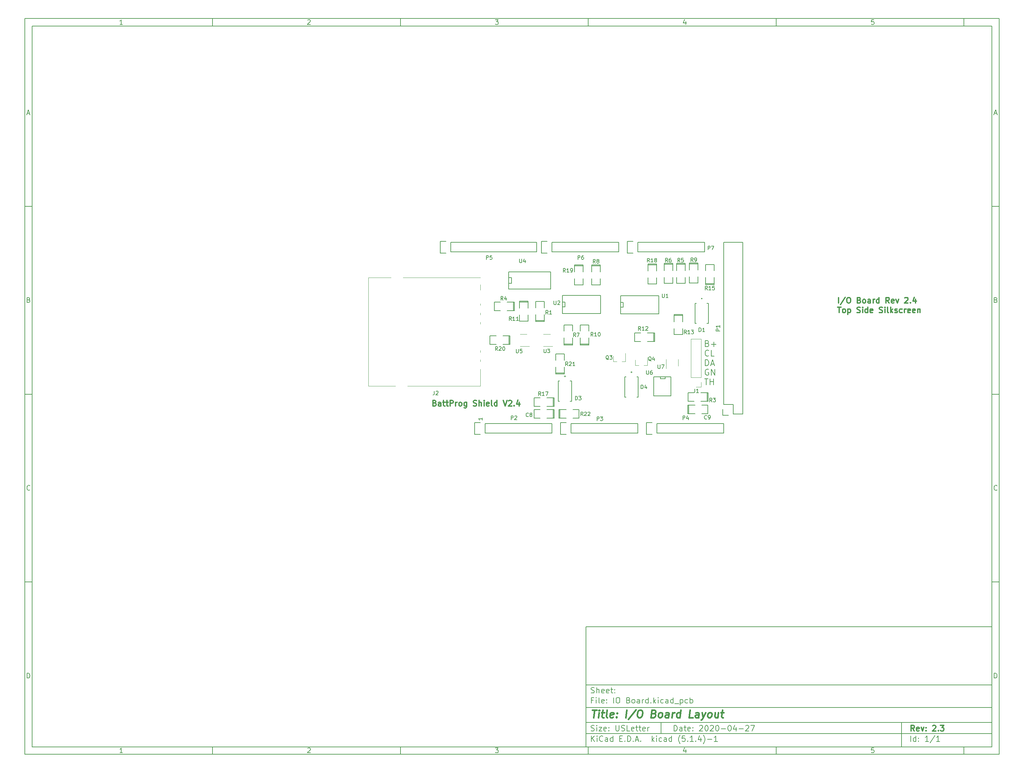
<source format=gbr>
G04 #@! TF.GenerationSoftware,KiCad,Pcbnew,(5.1.4)-1*
G04 #@! TF.CreationDate,2020-05-01T18:49:37-04:00*
G04 #@! TF.ProjectId,IO Board,494f2042-6f61-4726-942e-6b696361645f,2.3*
G04 #@! TF.SameCoordinates,Original*
G04 #@! TF.FileFunction,Legend,Top*
G04 #@! TF.FilePolarity,Positive*
%FSLAX46Y46*%
G04 Gerber Fmt 4.6, Leading zero omitted, Abs format (unit mm)*
G04 Created by KiCad (PCBNEW (5.1.4)-1) date 2020-05-01 18:49:37*
%MOMM*%
%LPD*%
G04 APERTURE LIST*
%ADD10C,0.100000*%
%ADD11C,0.150000*%
%ADD12C,0.300000*%
%ADD13C,0.400000*%
%ADD14C,0.200000*%
%ADD15C,0.120000*%
%ADD16R,2.150000X2.200000*%
%ADD17R,2.032000X1.524000*%
%ADD18R,0.800000X0.900000*%
%ADD19C,1.727200*%
%ADD20O,1.727200X1.727200*%
%ADD21O,1.727200X2.032000*%
%ADD22R,1.060000X0.650000*%
%ADD23R,0.508000X1.143000*%
%ADD24R,1.524000X2.032000*%
%ADD25R,1.500000X1.000000*%
%ADD26R,2.200000X1.200000*%
%ADD27C,1.500000*%
%ADD28R,1.143000X0.508000*%
%ADD29R,0.650000X1.060000*%
%ADD30O,1.700000X1.700000*%
%ADD31R,1.700000X1.700000*%
G04 APERTURE END LIST*
D10*
D11*
X159400000Y-171900000D02*
X159400000Y-203900000D01*
X267400000Y-203900000D01*
X267400000Y-171900000D01*
X159400000Y-171900000D01*
D10*
D11*
X10000000Y-10000000D02*
X10000000Y-205900000D01*
X269400000Y-205900000D01*
X269400000Y-10000000D01*
X10000000Y-10000000D01*
D10*
D11*
X12000000Y-12000000D02*
X12000000Y-203900000D01*
X267400000Y-203900000D01*
X267400000Y-12000000D01*
X12000000Y-12000000D01*
D10*
D11*
X60000000Y-12000000D02*
X60000000Y-10000000D01*
D10*
D11*
X110000000Y-12000000D02*
X110000000Y-10000000D01*
D10*
D11*
X160000000Y-12000000D02*
X160000000Y-10000000D01*
D10*
D11*
X210000000Y-12000000D02*
X210000000Y-10000000D01*
D10*
D11*
X260000000Y-12000000D02*
X260000000Y-10000000D01*
D10*
D11*
X36065476Y-11588095D02*
X35322619Y-11588095D01*
X35694047Y-11588095D02*
X35694047Y-10288095D01*
X35570238Y-10473809D01*
X35446428Y-10597619D01*
X35322619Y-10659523D01*
D10*
D11*
X85322619Y-10411904D02*
X85384523Y-10350000D01*
X85508333Y-10288095D01*
X85817857Y-10288095D01*
X85941666Y-10350000D01*
X86003571Y-10411904D01*
X86065476Y-10535714D01*
X86065476Y-10659523D01*
X86003571Y-10845238D01*
X85260714Y-11588095D01*
X86065476Y-11588095D01*
D10*
D11*
X135260714Y-10288095D02*
X136065476Y-10288095D01*
X135632142Y-10783333D01*
X135817857Y-10783333D01*
X135941666Y-10845238D01*
X136003571Y-10907142D01*
X136065476Y-11030952D01*
X136065476Y-11340476D01*
X136003571Y-11464285D01*
X135941666Y-11526190D01*
X135817857Y-11588095D01*
X135446428Y-11588095D01*
X135322619Y-11526190D01*
X135260714Y-11464285D01*
D10*
D11*
X185941666Y-10721428D02*
X185941666Y-11588095D01*
X185632142Y-10226190D02*
X185322619Y-11154761D01*
X186127380Y-11154761D01*
D10*
D11*
X236003571Y-10288095D02*
X235384523Y-10288095D01*
X235322619Y-10907142D01*
X235384523Y-10845238D01*
X235508333Y-10783333D01*
X235817857Y-10783333D01*
X235941666Y-10845238D01*
X236003571Y-10907142D01*
X236065476Y-11030952D01*
X236065476Y-11340476D01*
X236003571Y-11464285D01*
X235941666Y-11526190D01*
X235817857Y-11588095D01*
X235508333Y-11588095D01*
X235384523Y-11526190D01*
X235322619Y-11464285D01*
D10*
D11*
X60000000Y-203900000D02*
X60000000Y-205900000D01*
D10*
D11*
X110000000Y-203900000D02*
X110000000Y-205900000D01*
D10*
D11*
X160000000Y-203900000D02*
X160000000Y-205900000D01*
D10*
D11*
X210000000Y-203900000D02*
X210000000Y-205900000D01*
D10*
D11*
X260000000Y-203900000D02*
X260000000Y-205900000D01*
D10*
D11*
X36065476Y-205488095D02*
X35322619Y-205488095D01*
X35694047Y-205488095D02*
X35694047Y-204188095D01*
X35570238Y-204373809D01*
X35446428Y-204497619D01*
X35322619Y-204559523D01*
D10*
D11*
X85322619Y-204311904D02*
X85384523Y-204250000D01*
X85508333Y-204188095D01*
X85817857Y-204188095D01*
X85941666Y-204250000D01*
X86003571Y-204311904D01*
X86065476Y-204435714D01*
X86065476Y-204559523D01*
X86003571Y-204745238D01*
X85260714Y-205488095D01*
X86065476Y-205488095D01*
D10*
D11*
X135260714Y-204188095D02*
X136065476Y-204188095D01*
X135632142Y-204683333D01*
X135817857Y-204683333D01*
X135941666Y-204745238D01*
X136003571Y-204807142D01*
X136065476Y-204930952D01*
X136065476Y-205240476D01*
X136003571Y-205364285D01*
X135941666Y-205426190D01*
X135817857Y-205488095D01*
X135446428Y-205488095D01*
X135322619Y-205426190D01*
X135260714Y-205364285D01*
D10*
D11*
X185941666Y-204621428D02*
X185941666Y-205488095D01*
X185632142Y-204126190D02*
X185322619Y-205054761D01*
X186127380Y-205054761D01*
D10*
D11*
X236003571Y-204188095D02*
X235384523Y-204188095D01*
X235322619Y-204807142D01*
X235384523Y-204745238D01*
X235508333Y-204683333D01*
X235817857Y-204683333D01*
X235941666Y-204745238D01*
X236003571Y-204807142D01*
X236065476Y-204930952D01*
X236065476Y-205240476D01*
X236003571Y-205364285D01*
X235941666Y-205426190D01*
X235817857Y-205488095D01*
X235508333Y-205488095D01*
X235384523Y-205426190D01*
X235322619Y-205364285D01*
D10*
D11*
X10000000Y-60000000D02*
X12000000Y-60000000D01*
D10*
D11*
X10000000Y-110000000D02*
X12000000Y-110000000D01*
D10*
D11*
X10000000Y-160000000D02*
X12000000Y-160000000D01*
D10*
D11*
X10690476Y-35216666D02*
X11309523Y-35216666D01*
X10566666Y-35588095D02*
X11000000Y-34288095D01*
X11433333Y-35588095D01*
D10*
D11*
X11092857Y-84907142D02*
X11278571Y-84969047D01*
X11340476Y-85030952D01*
X11402380Y-85154761D01*
X11402380Y-85340476D01*
X11340476Y-85464285D01*
X11278571Y-85526190D01*
X11154761Y-85588095D01*
X10659523Y-85588095D01*
X10659523Y-84288095D01*
X11092857Y-84288095D01*
X11216666Y-84350000D01*
X11278571Y-84411904D01*
X11340476Y-84535714D01*
X11340476Y-84659523D01*
X11278571Y-84783333D01*
X11216666Y-84845238D01*
X11092857Y-84907142D01*
X10659523Y-84907142D01*
D10*
D11*
X11402380Y-135464285D02*
X11340476Y-135526190D01*
X11154761Y-135588095D01*
X11030952Y-135588095D01*
X10845238Y-135526190D01*
X10721428Y-135402380D01*
X10659523Y-135278571D01*
X10597619Y-135030952D01*
X10597619Y-134845238D01*
X10659523Y-134597619D01*
X10721428Y-134473809D01*
X10845238Y-134350000D01*
X11030952Y-134288095D01*
X11154761Y-134288095D01*
X11340476Y-134350000D01*
X11402380Y-134411904D01*
D10*
D11*
X10659523Y-185588095D02*
X10659523Y-184288095D01*
X10969047Y-184288095D01*
X11154761Y-184350000D01*
X11278571Y-184473809D01*
X11340476Y-184597619D01*
X11402380Y-184845238D01*
X11402380Y-185030952D01*
X11340476Y-185278571D01*
X11278571Y-185402380D01*
X11154761Y-185526190D01*
X10969047Y-185588095D01*
X10659523Y-185588095D01*
D10*
D11*
X269400000Y-60000000D02*
X267400000Y-60000000D01*
D10*
D11*
X269400000Y-110000000D02*
X267400000Y-110000000D01*
D10*
D11*
X269400000Y-160000000D02*
X267400000Y-160000000D01*
D10*
D11*
X268090476Y-35216666D02*
X268709523Y-35216666D01*
X267966666Y-35588095D02*
X268400000Y-34288095D01*
X268833333Y-35588095D01*
D10*
D11*
X268492857Y-84907142D02*
X268678571Y-84969047D01*
X268740476Y-85030952D01*
X268802380Y-85154761D01*
X268802380Y-85340476D01*
X268740476Y-85464285D01*
X268678571Y-85526190D01*
X268554761Y-85588095D01*
X268059523Y-85588095D01*
X268059523Y-84288095D01*
X268492857Y-84288095D01*
X268616666Y-84350000D01*
X268678571Y-84411904D01*
X268740476Y-84535714D01*
X268740476Y-84659523D01*
X268678571Y-84783333D01*
X268616666Y-84845238D01*
X268492857Y-84907142D01*
X268059523Y-84907142D01*
D10*
D11*
X268802380Y-135464285D02*
X268740476Y-135526190D01*
X268554761Y-135588095D01*
X268430952Y-135588095D01*
X268245238Y-135526190D01*
X268121428Y-135402380D01*
X268059523Y-135278571D01*
X267997619Y-135030952D01*
X267997619Y-134845238D01*
X268059523Y-134597619D01*
X268121428Y-134473809D01*
X268245238Y-134350000D01*
X268430952Y-134288095D01*
X268554761Y-134288095D01*
X268740476Y-134350000D01*
X268802380Y-134411904D01*
D10*
D11*
X268059523Y-185588095D02*
X268059523Y-184288095D01*
X268369047Y-184288095D01*
X268554761Y-184350000D01*
X268678571Y-184473809D01*
X268740476Y-184597619D01*
X268802380Y-184845238D01*
X268802380Y-185030952D01*
X268740476Y-185278571D01*
X268678571Y-185402380D01*
X268554761Y-185526190D01*
X268369047Y-185588095D01*
X268059523Y-185588095D01*
D10*
D11*
X182832142Y-199678571D02*
X182832142Y-198178571D01*
X183189285Y-198178571D01*
X183403571Y-198250000D01*
X183546428Y-198392857D01*
X183617857Y-198535714D01*
X183689285Y-198821428D01*
X183689285Y-199035714D01*
X183617857Y-199321428D01*
X183546428Y-199464285D01*
X183403571Y-199607142D01*
X183189285Y-199678571D01*
X182832142Y-199678571D01*
X184975000Y-199678571D02*
X184975000Y-198892857D01*
X184903571Y-198750000D01*
X184760714Y-198678571D01*
X184475000Y-198678571D01*
X184332142Y-198750000D01*
X184975000Y-199607142D02*
X184832142Y-199678571D01*
X184475000Y-199678571D01*
X184332142Y-199607142D01*
X184260714Y-199464285D01*
X184260714Y-199321428D01*
X184332142Y-199178571D01*
X184475000Y-199107142D01*
X184832142Y-199107142D01*
X184975000Y-199035714D01*
X185475000Y-198678571D02*
X186046428Y-198678571D01*
X185689285Y-198178571D02*
X185689285Y-199464285D01*
X185760714Y-199607142D01*
X185903571Y-199678571D01*
X186046428Y-199678571D01*
X187117857Y-199607142D02*
X186975000Y-199678571D01*
X186689285Y-199678571D01*
X186546428Y-199607142D01*
X186475000Y-199464285D01*
X186475000Y-198892857D01*
X186546428Y-198750000D01*
X186689285Y-198678571D01*
X186975000Y-198678571D01*
X187117857Y-198750000D01*
X187189285Y-198892857D01*
X187189285Y-199035714D01*
X186475000Y-199178571D01*
X187832142Y-199535714D02*
X187903571Y-199607142D01*
X187832142Y-199678571D01*
X187760714Y-199607142D01*
X187832142Y-199535714D01*
X187832142Y-199678571D01*
X187832142Y-198750000D02*
X187903571Y-198821428D01*
X187832142Y-198892857D01*
X187760714Y-198821428D01*
X187832142Y-198750000D01*
X187832142Y-198892857D01*
X189617857Y-198321428D02*
X189689285Y-198250000D01*
X189832142Y-198178571D01*
X190189285Y-198178571D01*
X190332142Y-198250000D01*
X190403571Y-198321428D01*
X190475000Y-198464285D01*
X190475000Y-198607142D01*
X190403571Y-198821428D01*
X189546428Y-199678571D01*
X190475000Y-199678571D01*
X191403571Y-198178571D02*
X191546428Y-198178571D01*
X191689285Y-198250000D01*
X191760714Y-198321428D01*
X191832142Y-198464285D01*
X191903571Y-198750000D01*
X191903571Y-199107142D01*
X191832142Y-199392857D01*
X191760714Y-199535714D01*
X191689285Y-199607142D01*
X191546428Y-199678571D01*
X191403571Y-199678571D01*
X191260714Y-199607142D01*
X191189285Y-199535714D01*
X191117857Y-199392857D01*
X191046428Y-199107142D01*
X191046428Y-198750000D01*
X191117857Y-198464285D01*
X191189285Y-198321428D01*
X191260714Y-198250000D01*
X191403571Y-198178571D01*
X192475000Y-198321428D02*
X192546428Y-198250000D01*
X192689285Y-198178571D01*
X193046428Y-198178571D01*
X193189285Y-198250000D01*
X193260714Y-198321428D01*
X193332142Y-198464285D01*
X193332142Y-198607142D01*
X193260714Y-198821428D01*
X192403571Y-199678571D01*
X193332142Y-199678571D01*
X194260714Y-198178571D02*
X194403571Y-198178571D01*
X194546428Y-198250000D01*
X194617857Y-198321428D01*
X194689285Y-198464285D01*
X194760714Y-198750000D01*
X194760714Y-199107142D01*
X194689285Y-199392857D01*
X194617857Y-199535714D01*
X194546428Y-199607142D01*
X194403571Y-199678571D01*
X194260714Y-199678571D01*
X194117857Y-199607142D01*
X194046428Y-199535714D01*
X193975000Y-199392857D01*
X193903571Y-199107142D01*
X193903571Y-198750000D01*
X193975000Y-198464285D01*
X194046428Y-198321428D01*
X194117857Y-198250000D01*
X194260714Y-198178571D01*
X195403571Y-199107142D02*
X196546428Y-199107142D01*
X197546428Y-198178571D02*
X197689285Y-198178571D01*
X197832142Y-198250000D01*
X197903571Y-198321428D01*
X197975000Y-198464285D01*
X198046428Y-198750000D01*
X198046428Y-199107142D01*
X197975000Y-199392857D01*
X197903571Y-199535714D01*
X197832142Y-199607142D01*
X197689285Y-199678571D01*
X197546428Y-199678571D01*
X197403571Y-199607142D01*
X197332142Y-199535714D01*
X197260714Y-199392857D01*
X197189285Y-199107142D01*
X197189285Y-198750000D01*
X197260714Y-198464285D01*
X197332142Y-198321428D01*
X197403571Y-198250000D01*
X197546428Y-198178571D01*
X199332142Y-198678571D02*
X199332142Y-199678571D01*
X198975000Y-198107142D02*
X198617857Y-199178571D01*
X199546428Y-199178571D01*
X200117857Y-199107142D02*
X201260714Y-199107142D01*
X201903571Y-198321428D02*
X201975000Y-198250000D01*
X202117857Y-198178571D01*
X202475000Y-198178571D01*
X202617857Y-198250000D01*
X202689285Y-198321428D01*
X202760714Y-198464285D01*
X202760714Y-198607142D01*
X202689285Y-198821428D01*
X201832142Y-199678571D01*
X202760714Y-199678571D01*
X203260714Y-198178571D02*
X204260714Y-198178571D01*
X203617857Y-199678571D01*
D10*
D11*
X159400000Y-200400000D02*
X267400000Y-200400000D01*
D10*
D11*
X160832142Y-202478571D02*
X160832142Y-200978571D01*
X161689285Y-202478571D02*
X161046428Y-201621428D01*
X161689285Y-200978571D02*
X160832142Y-201835714D01*
X162332142Y-202478571D02*
X162332142Y-201478571D01*
X162332142Y-200978571D02*
X162260714Y-201050000D01*
X162332142Y-201121428D01*
X162403571Y-201050000D01*
X162332142Y-200978571D01*
X162332142Y-201121428D01*
X163903571Y-202335714D02*
X163832142Y-202407142D01*
X163617857Y-202478571D01*
X163475000Y-202478571D01*
X163260714Y-202407142D01*
X163117857Y-202264285D01*
X163046428Y-202121428D01*
X162975000Y-201835714D01*
X162975000Y-201621428D01*
X163046428Y-201335714D01*
X163117857Y-201192857D01*
X163260714Y-201050000D01*
X163475000Y-200978571D01*
X163617857Y-200978571D01*
X163832142Y-201050000D01*
X163903571Y-201121428D01*
X165189285Y-202478571D02*
X165189285Y-201692857D01*
X165117857Y-201550000D01*
X164975000Y-201478571D01*
X164689285Y-201478571D01*
X164546428Y-201550000D01*
X165189285Y-202407142D02*
X165046428Y-202478571D01*
X164689285Y-202478571D01*
X164546428Y-202407142D01*
X164475000Y-202264285D01*
X164475000Y-202121428D01*
X164546428Y-201978571D01*
X164689285Y-201907142D01*
X165046428Y-201907142D01*
X165189285Y-201835714D01*
X166546428Y-202478571D02*
X166546428Y-200978571D01*
X166546428Y-202407142D02*
X166403571Y-202478571D01*
X166117857Y-202478571D01*
X165975000Y-202407142D01*
X165903571Y-202335714D01*
X165832142Y-202192857D01*
X165832142Y-201764285D01*
X165903571Y-201621428D01*
X165975000Y-201550000D01*
X166117857Y-201478571D01*
X166403571Y-201478571D01*
X166546428Y-201550000D01*
X168403571Y-201692857D02*
X168903571Y-201692857D01*
X169117857Y-202478571D02*
X168403571Y-202478571D01*
X168403571Y-200978571D01*
X169117857Y-200978571D01*
X169760714Y-202335714D02*
X169832142Y-202407142D01*
X169760714Y-202478571D01*
X169689285Y-202407142D01*
X169760714Y-202335714D01*
X169760714Y-202478571D01*
X170475000Y-202478571D02*
X170475000Y-200978571D01*
X170832142Y-200978571D01*
X171046428Y-201050000D01*
X171189285Y-201192857D01*
X171260714Y-201335714D01*
X171332142Y-201621428D01*
X171332142Y-201835714D01*
X171260714Y-202121428D01*
X171189285Y-202264285D01*
X171046428Y-202407142D01*
X170832142Y-202478571D01*
X170475000Y-202478571D01*
X171975000Y-202335714D02*
X172046428Y-202407142D01*
X171975000Y-202478571D01*
X171903571Y-202407142D01*
X171975000Y-202335714D01*
X171975000Y-202478571D01*
X172617857Y-202050000D02*
X173332142Y-202050000D01*
X172475000Y-202478571D02*
X172975000Y-200978571D01*
X173475000Y-202478571D01*
X173975000Y-202335714D02*
X174046428Y-202407142D01*
X173975000Y-202478571D01*
X173903571Y-202407142D01*
X173975000Y-202335714D01*
X173975000Y-202478571D01*
X176975000Y-202478571D02*
X176975000Y-200978571D01*
X177117857Y-201907142D02*
X177546428Y-202478571D01*
X177546428Y-201478571D02*
X176975000Y-202050000D01*
X178189285Y-202478571D02*
X178189285Y-201478571D01*
X178189285Y-200978571D02*
X178117857Y-201050000D01*
X178189285Y-201121428D01*
X178260714Y-201050000D01*
X178189285Y-200978571D01*
X178189285Y-201121428D01*
X179546428Y-202407142D02*
X179403571Y-202478571D01*
X179117857Y-202478571D01*
X178975000Y-202407142D01*
X178903571Y-202335714D01*
X178832142Y-202192857D01*
X178832142Y-201764285D01*
X178903571Y-201621428D01*
X178975000Y-201550000D01*
X179117857Y-201478571D01*
X179403571Y-201478571D01*
X179546428Y-201550000D01*
X180832142Y-202478571D02*
X180832142Y-201692857D01*
X180760714Y-201550000D01*
X180617857Y-201478571D01*
X180332142Y-201478571D01*
X180189285Y-201550000D01*
X180832142Y-202407142D02*
X180689285Y-202478571D01*
X180332142Y-202478571D01*
X180189285Y-202407142D01*
X180117857Y-202264285D01*
X180117857Y-202121428D01*
X180189285Y-201978571D01*
X180332142Y-201907142D01*
X180689285Y-201907142D01*
X180832142Y-201835714D01*
X182189285Y-202478571D02*
X182189285Y-200978571D01*
X182189285Y-202407142D02*
X182046428Y-202478571D01*
X181760714Y-202478571D01*
X181617857Y-202407142D01*
X181546428Y-202335714D01*
X181475000Y-202192857D01*
X181475000Y-201764285D01*
X181546428Y-201621428D01*
X181617857Y-201550000D01*
X181760714Y-201478571D01*
X182046428Y-201478571D01*
X182189285Y-201550000D01*
X184475000Y-203050000D02*
X184403571Y-202978571D01*
X184260714Y-202764285D01*
X184189285Y-202621428D01*
X184117857Y-202407142D01*
X184046428Y-202050000D01*
X184046428Y-201764285D01*
X184117857Y-201407142D01*
X184189285Y-201192857D01*
X184260714Y-201050000D01*
X184403571Y-200835714D01*
X184475000Y-200764285D01*
X185760714Y-200978571D02*
X185046428Y-200978571D01*
X184975000Y-201692857D01*
X185046428Y-201621428D01*
X185189285Y-201550000D01*
X185546428Y-201550000D01*
X185689285Y-201621428D01*
X185760714Y-201692857D01*
X185832142Y-201835714D01*
X185832142Y-202192857D01*
X185760714Y-202335714D01*
X185689285Y-202407142D01*
X185546428Y-202478571D01*
X185189285Y-202478571D01*
X185046428Y-202407142D01*
X184975000Y-202335714D01*
X186475000Y-202335714D02*
X186546428Y-202407142D01*
X186475000Y-202478571D01*
X186403571Y-202407142D01*
X186475000Y-202335714D01*
X186475000Y-202478571D01*
X187975000Y-202478571D02*
X187117857Y-202478571D01*
X187546428Y-202478571D02*
X187546428Y-200978571D01*
X187403571Y-201192857D01*
X187260714Y-201335714D01*
X187117857Y-201407142D01*
X188617857Y-202335714D02*
X188689285Y-202407142D01*
X188617857Y-202478571D01*
X188546428Y-202407142D01*
X188617857Y-202335714D01*
X188617857Y-202478571D01*
X189975000Y-201478571D02*
X189975000Y-202478571D01*
X189617857Y-200907142D02*
X189260714Y-201978571D01*
X190189285Y-201978571D01*
X190617857Y-203050000D02*
X190689285Y-202978571D01*
X190832142Y-202764285D01*
X190903571Y-202621428D01*
X190975000Y-202407142D01*
X191046428Y-202050000D01*
X191046428Y-201764285D01*
X190975000Y-201407142D01*
X190903571Y-201192857D01*
X190832142Y-201050000D01*
X190689285Y-200835714D01*
X190617857Y-200764285D01*
X191760714Y-201907142D02*
X192903571Y-201907142D01*
X194403571Y-202478571D02*
X193546428Y-202478571D01*
X193975000Y-202478571D02*
X193975000Y-200978571D01*
X193832142Y-201192857D01*
X193689285Y-201335714D01*
X193546428Y-201407142D01*
D10*
D11*
X159400000Y-197400000D02*
X267400000Y-197400000D01*
D10*
D12*
X246809285Y-199678571D02*
X246309285Y-198964285D01*
X245952142Y-199678571D02*
X245952142Y-198178571D01*
X246523571Y-198178571D01*
X246666428Y-198250000D01*
X246737857Y-198321428D01*
X246809285Y-198464285D01*
X246809285Y-198678571D01*
X246737857Y-198821428D01*
X246666428Y-198892857D01*
X246523571Y-198964285D01*
X245952142Y-198964285D01*
X248023571Y-199607142D02*
X247880714Y-199678571D01*
X247595000Y-199678571D01*
X247452142Y-199607142D01*
X247380714Y-199464285D01*
X247380714Y-198892857D01*
X247452142Y-198750000D01*
X247595000Y-198678571D01*
X247880714Y-198678571D01*
X248023571Y-198750000D01*
X248095000Y-198892857D01*
X248095000Y-199035714D01*
X247380714Y-199178571D01*
X248595000Y-198678571D02*
X248952142Y-199678571D01*
X249309285Y-198678571D01*
X249880714Y-199535714D02*
X249952142Y-199607142D01*
X249880714Y-199678571D01*
X249809285Y-199607142D01*
X249880714Y-199535714D01*
X249880714Y-199678571D01*
X249880714Y-198750000D02*
X249952142Y-198821428D01*
X249880714Y-198892857D01*
X249809285Y-198821428D01*
X249880714Y-198750000D01*
X249880714Y-198892857D01*
X251666428Y-198321428D02*
X251737857Y-198250000D01*
X251880714Y-198178571D01*
X252237857Y-198178571D01*
X252380714Y-198250000D01*
X252452142Y-198321428D01*
X252523571Y-198464285D01*
X252523571Y-198607142D01*
X252452142Y-198821428D01*
X251595000Y-199678571D01*
X252523571Y-199678571D01*
X253166428Y-199535714D02*
X253237857Y-199607142D01*
X253166428Y-199678571D01*
X253095000Y-199607142D01*
X253166428Y-199535714D01*
X253166428Y-199678571D01*
X253737857Y-198178571D02*
X254666428Y-198178571D01*
X254166428Y-198750000D01*
X254380714Y-198750000D01*
X254523571Y-198821428D01*
X254595000Y-198892857D01*
X254666428Y-199035714D01*
X254666428Y-199392857D01*
X254595000Y-199535714D01*
X254523571Y-199607142D01*
X254380714Y-199678571D01*
X253952142Y-199678571D01*
X253809285Y-199607142D01*
X253737857Y-199535714D01*
D10*
D11*
X160760714Y-199607142D02*
X160975000Y-199678571D01*
X161332142Y-199678571D01*
X161475000Y-199607142D01*
X161546428Y-199535714D01*
X161617857Y-199392857D01*
X161617857Y-199250000D01*
X161546428Y-199107142D01*
X161475000Y-199035714D01*
X161332142Y-198964285D01*
X161046428Y-198892857D01*
X160903571Y-198821428D01*
X160832142Y-198750000D01*
X160760714Y-198607142D01*
X160760714Y-198464285D01*
X160832142Y-198321428D01*
X160903571Y-198250000D01*
X161046428Y-198178571D01*
X161403571Y-198178571D01*
X161617857Y-198250000D01*
X162260714Y-199678571D02*
X162260714Y-198678571D01*
X162260714Y-198178571D02*
X162189285Y-198250000D01*
X162260714Y-198321428D01*
X162332142Y-198250000D01*
X162260714Y-198178571D01*
X162260714Y-198321428D01*
X162832142Y-198678571D02*
X163617857Y-198678571D01*
X162832142Y-199678571D01*
X163617857Y-199678571D01*
X164760714Y-199607142D02*
X164617857Y-199678571D01*
X164332142Y-199678571D01*
X164189285Y-199607142D01*
X164117857Y-199464285D01*
X164117857Y-198892857D01*
X164189285Y-198750000D01*
X164332142Y-198678571D01*
X164617857Y-198678571D01*
X164760714Y-198750000D01*
X164832142Y-198892857D01*
X164832142Y-199035714D01*
X164117857Y-199178571D01*
X165475000Y-199535714D02*
X165546428Y-199607142D01*
X165475000Y-199678571D01*
X165403571Y-199607142D01*
X165475000Y-199535714D01*
X165475000Y-199678571D01*
X165475000Y-198750000D02*
X165546428Y-198821428D01*
X165475000Y-198892857D01*
X165403571Y-198821428D01*
X165475000Y-198750000D01*
X165475000Y-198892857D01*
X167332142Y-198178571D02*
X167332142Y-199392857D01*
X167403571Y-199535714D01*
X167475000Y-199607142D01*
X167617857Y-199678571D01*
X167903571Y-199678571D01*
X168046428Y-199607142D01*
X168117857Y-199535714D01*
X168189285Y-199392857D01*
X168189285Y-198178571D01*
X168832142Y-199607142D02*
X169046428Y-199678571D01*
X169403571Y-199678571D01*
X169546428Y-199607142D01*
X169617857Y-199535714D01*
X169689285Y-199392857D01*
X169689285Y-199250000D01*
X169617857Y-199107142D01*
X169546428Y-199035714D01*
X169403571Y-198964285D01*
X169117857Y-198892857D01*
X168975000Y-198821428D01*
X168903571Y-198750000D01*
X168832142Y-198607142D01*
X168832142Y-198464285D01*
X168903571Y-198321428D01*
X168975000Y-198250000D01*
X169117857Y-198178571D01*
X169475000Y-198178571D01*
X169689285Y-198250000D01*
X171046428Y-199678571D02*
X170332142Y-199678571D01*
X170332142Y-198178571D01*
X172117857Y-199607142D02*
X171975000Y-199678571D01*
X171689285Y-199678571D01*
X171546428Y-199607142D01*
X171475000Y-199464285D01*
X171475000Y-198892857D01*
X171546428Y-198750000D01*
X171689285Y-198678571D01*
X171975000Y-198678571D01*
X172117857Y-198750000D01*
X172189285Y-198892857D01*
X172189285Y-199035714D01*
X171475000Y-199178571D01*
X172617857Y-198678571D02*
X173189285Y-198678571D01*
X172832142Y-198178571D02*
X172832142Y-199464285D01*
X172903571Y-199607142D01*
X173046428Y-199678571D01*
X173189285Y-199678571D01*
X173475000Y-198678571D02*
X174046428Y-198678571D01*
X173689285Y-198178571D02*
X173689285Y-199464285D01*
X173760714Y-199607142D01*
X173903571Y-199678571D01*
X174046428Y-199678571D01*
X175117857Y-199607142D02*
X174975000Y-199678571D01*
X174689285Y-199678571D01*
X174546428Y-199607142D01*
X174475000Y-199464285D01*
X174475000Y-198892857D01*
X174546428Y-198750000D01*
X174689285Y-198678571D01*
X174975000Y-198678571D01*
X175117857Y-198750000D01*
X175189285Y-198892857D01*
X175189285Y-199035714D01*
X174475000Y-199178571D01*
X175832142Y-199678571D02*
X175832142Y-198678571D01*
X175832142Y-198964285D02*
X175903571Y-198821428D01*
X175975000Y-198750000D01*
X176117857Y-198678571D01*
X176260714Y-198678571D01*
D10*
D11*
X245832142Y-202478571D02*
X245832142Y-200978571D01*
X247189285Y-202478571D02*
X247189285Y-200978571D01*
X247189285Y-202407142D02*
X247046428Y-202478571D01*
X246760714Y-202478571D01*
X246617857Y-202407142D01*
X246546428Y-202335714D01*
X246475000Y-202192857D01*
X246475000Y-201764285D01*
X246546428Y-201621428D01*
X246617857Y-201550000D01*
X246760714Y-201478571D01*
X247046428Y-201478571D01*
X247189285Y-201550000D01*
X247903571Y-202335714D02*
X247975000Y-202407142D01*
X247903571Y-202478571D01*
X247832142Y-202407142D01*
X247903571Y-202335714D01*
X247903571Y-202478571D01*
X247903571Y-201550000D02*
X247975000Y-201621428D01*
X247903571Y-201692857D01*
X247832142Y-201621428D01*
X247903571Y-201550000D01*
X247903571Y-201692857D01*
X250546428Y-202478571D02*
X249689285Y-202478571D01*
X250117857Y-202478571D02*
X250117857Y-200978571D01*
X249975000Y-201192857D01*
X249832142Y-201335714D01*
X249689285Y-201407142D01*
X252260714Y-200907142D02*
X250975000Y-202835714D01*
X253546428Y-202478571D02*
X252689285Y-202478571D01*
X253117857Y-202478571D02*
X253117857Y-200978571D01*
X252975000Y-201192857D01*
X252832142Y-201335714D01*
X252689285Y-201407142D01*
D10*
D11*
X159400000Y-193400000D02*
X267400000Y-193400000D01*
D10*
D13*
X161112380Y-194104761D02*
X162255238Y-194104761D01*
X161433809Y-196104761D02*
X161683809Y-194104761D01*
X162671904Y-196104761D02*
X162838571Y-194771428D01*
X162921904Y-194104761D02*
X162814761Y-194200000D01*
X162898095Y-194295238D01*
X163005238Y-194200000D01*
X162921904Y-194104761D01*
X162898095Y-194295238D01*
X163505238Y-194771428D02*
X164267142Y-194771428D01*
X163874285Y-194104761D02*
X163660000Y-195819047D01*
X163731428Y-196009523D01*
X163910000Y-196104761D01*
X164100476Y-196104761D01*
X165052857Y-196104761D02*
X164874285Y-196009523D01*
X164802857Y-195819047D01*
X165017142Y-194104761D01*
X166588571Y-196009523D02*
X166386190Y-196104761D01*
X166005238Y-196104761D01*
X165826666Y-196009523D01*
X165755238Y-195819047D01*
X165850476Y-195057142D01*
X165969523Y-194866666D01*
X166171904Y-194771428D01*
X166552857Y-194771428D01*
X166731428Y-194866666D01*
X166802857Y-195057142D01*
X166779047Y-195247619D01*
X165802857Y-195438095D01*
X167552857Y-195914285D02*
X167636190Y-196009523D01*
X167529047Y-196104761D01*
X167445714Y-196009523D01*
X167552857Y-195914285D01*
X167529047Y-196104761D01*
X167683809Y-194866666D02*
X167767142Y-194961904D01*
X167660000Y-195057142D01*
X167576666Y-194961904D01*
X167683809Y-194866666D01*
X167660000Y-195057142D01*
X170005238Y-196104761D02*
X170255238Y-194104761D01*
X172648095Y-194009523D02*
X170612380Y-196580952D01*
X173683809Y-194104761D02*
X174064761Y-194104761D01*
X174243333Y-194200000D01*
X174410000Y-194390476D01*
X174457619Y-194771428D01*
X174374285Y-195438095D01*
X174231428Y-195819047D01*
X174017142Y-196009523D01*
X173814761Y-196104761D01*
X173433809Y-196104761D01*
X173255238Y-196009523D01*
X173088571Y-195819047D01*
X173040952Y-195438095D01*
X173124285Y-194771428D01*
X173267142Y-194390476D01*
X173481428Y-194200000D01*
X173683809Y-194104761D01*
X177469523Y-195057142D02*
X177743333Y-195152380D01*
X177826666Y-195247619D01*
X177898095Y-195438095D01*
X177862380Y-195723809D01*
X177743333Y-195914285D01*
X177636190Y-196009523D01*
X177433809Y-196104761D01*
X176671904Y-196104761D01*
X176921904Y-194104761D01*
X177588571Y-194104761D01*
X177767142Y-194200000D01*
X177850476Y-194295238D01*
X177921904Y-194485714D01*
X177898095Y-194676190D01*
X177779047Y-194866666D01*
X177671904Y-194961904D01*
X177469523Y-195057142D01*
X176802857Y-195057142D01*
X178957619Y-196104761D02*
X178779047Y-196009523D01*
X178695714Y-195914285D01*
X178624285Y-195723809D01*
X178695714Y-195152380D01*
X178814761Y-194961904D01*
X178921904Y-194866666D01*
X179124285Y-194771428D01*
X179410000Y-194771428D01*
X179588571Y-194866666D01*
X179671904Y-194961904D01*
X179743333Y-195152380D01*
X179671904Y-195723809D01*
X179552857Y-195914285D01*
X179445714Y-196009523D01*
X179243333Y-196104761D01*
X178957619Y-196104761D01*
X181338571Y-196104761D02*
X181469523Y-195057142D01*
X181398095Y-194866666D01*
X181219523Y-194771428D01*
X180838571Y-194771428D01*
X180636190Y-194866666D01*
X181350476Y-196009523D02*
X181148095Y-196104761D01*
X180671904Y-196104761D01*
X180493333Y-196009523D01*
X180421904Y-195819047D01*
X180445714Y-195628571D01*
X180564761Y-195438095D01*
X180767142Y-195342857D01*
X181243333Y-195342857D01*
X181445714Y-195247619D01*
X182290952Y-196104761D02*
X182457619Y-194771428D01*
X182410000Y-195152380D02*
X182529047Y-194961904D01*
X182636190Y-194866666D01*
X182838571Y-194771428D01*
X183029047Y-194771428D01*
X184386190Y-196104761D02*
X184636190Y-194104761D01*
X184398095Y-196009523D02*
X184195714Y-196104761D01*
X183814761Y-196104761D01*
X183636190Y-196009523D01*
X183552857Y-195914285D01*
X183481428Y-195723809D01*
X183552857Y-195152380D01*
X183671904Y-194961904D01*
X183779047Y-194866666D01*
X183981428Y-194771428D01*
X184362380Y-194771428D01*
X184540952Y-194866666D01*
X187814761Y-196104761D02*
X186862380Y-196104761D01*
X187112380Y-194104761D01*
X189338571Y-196104761D02*
X189469523Y-195057142D01*
X189398095Y-194866666D01*
X189219523Y-194771428D01*
X188838571Y-194771428D01*
X188636190Y-194866666D01*
X189350476Y-196009523D02*
X189148095Y-196104761D01*
X188671904Y-196104761D01*
X188493333Y-196009523D01*
X188421904Y-195819047D01*
X188445714Y-195628571D01*
X188564761Y-195438095D01*
X188767142Y-195342857D01*
X189243333Y-195342857D01*
X189445714Y-195247619D01*
X190267142Y-194771428D02*
X190576666Y-196104761D01*
X191219523Y-194771428D02*
X190576666Y-196104761D01*
X190326666Y-196580952D01*
X190219523Y-196676190D01*
X190017142Y-196771428D01*
X192100476Y-196104761D02*
X191921904Y-196009523D01*
X191838571Y-195914285D01*
X191767142Y-195723809D01*
X191838571Y-195152380D01*
X191957619Y-194961904D01*
X192064761Y-194866666D01*
X192267142Y-194771428D01*
X192552857Y-194771428D01*
X192731428Y-194866666D01*
X192814761Y-194961904D01*
X192886190Y-195152380D01*
X192814761Y-195723809D01*
X192695714Y-195914285D01*
X192588571Y-196009523D01*
X192386190Y-196104761D01*
X192100476Y-196104761D01*
X194648095Y-194771428D02*
X194481428Y-196104761D01*
X193790952Y-194771428D02*
X193660000Y-195819047D01*
X193731428Y-196009523D01*
X193910000Y-196104761D01*
X194195714Y-196104761D01*
X194398095Y-196009523D01*
X194505238Y-195914285D01*
X195314761Y-194771428D02*
X196076666Y-194771428D01*
X195683809Y-194104761D02*
X195469523Y-195819047D01*
X195540952Y-196009523D01*
X195719523Y-196104761D01*
X195910000Y-196104761D01*
D10*
D11*
X161332142Y-191492857D02*
X160832142Y-191492857D01*
X160832142Y-192278571D02*
X160832142Y-190778571D01*
X161546428Y-190778571D01*
X162117857Y-192278571D02*
X162117857Y-191278571D01*
X162117857Y-190778571D02*
X162046428Y-190850000D01*
X162117857Y-190921428D01*
X162189285Y-190850000D01*
X162117857Y-190778571D01*
X162117857Y-190921428D01*
X163046428Y-192278571D02*
X162903571Y-192207142D01*
X162832142Y-192064285D01*
X162832142Y-190778571D01*
X164189285Y-192207142D02*
X164046428Y-192278571D01*
X163760714Y-192278571D01*
X163617857Y-192207142D01*
X163546428Y-192064285D01*
X163546428Y-191492857D01*
X163617857Y-191350000D01*
X163760714Y-191278571D01*
X164046428Y-191278571D01*
X164189285Y-191350000D01*
X164260714Y-191492857D01*
X164260714Y-191635714D01*
X163546428Y-191778571D01*
X164903571Y-192135714D02*
X164975000Y-192207142D01*
X164903571Y-192278571D01*
X164832142Y-192207142D01*
X164903571Y-192135714D01*
X164903571Y-192278571D01*
X164903571Y-191350000D02*
X164975000Y-191421428D01*
X164903571Y-191492857D01*
X164832142Y-191421428D01*
X164903571Y-191350000D01*
X164903571Y-191492857D01*
X166760714Y-192278571D02*
X166760714Y-190778571D01*
X167760714Y-190778571D02*
X168046428Y-190778571D01*
X168189285Y-190850000D01*
X168332142Y-190992857D01*
X168403571Y-191278571D01*
X168403571Y-191778571D01*
X168332142Y-192064285D01*
X168189285Y-192207142D01*
X168046428Y-192278571D01*
X167760714Y-192278571D01*
X167617857Y-192207142D01*
X167475000Y-192064285D01*
X167403571Y-191778571D01*
X167403571Y-191278571D01*
X167475000Y-190992857D01*
X167617857Y-190850000D01*
X167760714Y-190778571D01*
X170689285Y-191492857D02*
X170903571Y-191564285D01*
X170975000Y-191635714D01*
X171046428Y-191778571D01*
X171046428Y-191992857D01*
X170975000Y-192135714D01*
X170903571Y-192207142D01*
X170760714Y-192278571D01*
X170189285Y-192278571D01*
X170189285Y-190778571D01*
X170689285Y-190778571D01*
X170832142Y-190850000D01*
X170903571Y-190921428D01*
X170975000Y-191064285D01*
X170975000Y-191207142D01*
X170903571Y-191350000D01*
X170832142Y-191421428D01*
X170689285Y-191492857D01*
X170189285Y-191492857D01*
X171903571Y-192278571D02*
X171760714Y-192207142D01*
X171689285Y-192135714D01*
X171617857Y-191992857D01*
X171617857Y-191564285D01*
X171689285Y-191421428D01*
X171760714Y-191350000D01*
X171903571Y-191278571D01*
X172117857Y-191278571D01*
X172260714Y-191350000D01*
X172332142Y-191421428D01*
X172403571Y-191564285D01*
X172403571Y-191992857D01*
X172332142Y-192135714D01*
X172260714Y-192207142D01*
X172117857Y-192278571D01*
X171903571Y-192278571D01*
X173689285Y-192278571D02*
X173689285Y-191492857D01*
X173617857Y-191350000D01*
X173475000Y-191278571D01*
X173189285Y-191278571D01*
X173046428Y-191350000D01*
X173689285Y-192207142D02*
X173546428Y-192278571D01*
X173189285Y-192278571D01*
X173046428Y-192207142D01*
X172975000Y-192064285D01*
X172975000Y-191921428D01*
X173046428Y-191778571D01*
X173189285Y-191707142D01*
X173546428Y-191707142D01*
X173689285Y-191635714D01*
X174403571Y-192278571D02*
X174403571Y-191278571D01*
X174403571Y-191564285D02*
X174475000Y-191421428D01*
X174546428Y-191350000D01*
X174689285Y-191278571D01*
X174832142Y-191278571D01*
X175975000Y-192278571D02*
X175975000Y-190778571D01*
X175975000Y-192207142D02*
X175832142Y-192278571D01*
X175546428Y-192278571D01*
X175403571Y-192207142D01*
X175332142Y-192135714D01*
X175260714Y-191992857D01*
X175260714Y-191564285D01*
X175332142Y-191421428D01*
X175403571Y-191350000D01*
X175546428Y-191278571D01*
X175832142Y-191278571D01*
X175975000Y-191350000D01*
X176689285Y-192135714D02*
X176760714Y-192207142D01*
X176689285Y-192278571D01*
X176617857Y-192207142D01*
X176689285Y-192135714D01*
X176689285Y-192278571D01*
X177403571Y-192278571D02*
X177403571Y-190778571D01*
X177546428Y-191707142D02*
X177975000Y-192278571D01*
X177975000Y-191278571D02*
X177403571Y-191850000D01*
X178617857Y-192278571D02*
X178617857Y-191278571D01*
X178617857Y-190778571D02*
X178546428Y-190850000D01*
X178617857Y-190921428D01*
X178689285Y-190850000D01*
X178617857Y-190778571D01*
X178617857Y-190921428D01*
X179975000Y-192207142D02*
X179832142Y-192278571D01*
X179546428Y-192278571D01*
X179403571Y-192207142D01*
X179332142Y-192135714D01*
X179260714Y-191992857D01*
X179260714Y-191564285D01*
X179332142Y-191421428D01*
X179403571Y-191350000D01*
X179546428Y-191278571D01*
X179832142Y-191278571D01*
X179975000Y-191350000D01*
X181260714Y-192278571D02*
X181260714Y-191492857D01*
X181189285Y-191350000D01*
X181046428Y-191278571D01*
X180760714Y-191278571D01*
X180617857Y-191350000D01*
X181260714Y-192207142D02*
X181117857Y-192278571D01*
X180760714Y-192278571D01*
X180617857Y-192207142D01*
X180546428Y-192064285D01*
X180546428Y-191921428D01*
X180617857Y-191778571D01*
X180760714Y-191707142D01*
X181117857Y-191707142D01*
X181260714Y-191635714D01*
X182617857Y-192278571D02*
X182617857Y-190778571D01*
X182617857Y-192207142D02*
X182475000Y-192278571D01*
X182189285Y-192278571D01*
X182046428Y-192207142D01*
X181975000Y-192135714D01*
X181903571Y-191992857D01*
X181903571Y-191564285D01*
X181975000Y-191421428D01*
X182046428Y-191350000D01*
X182189285Y-191278571D01*
X182475000Y-191278571D01*
X182617857Y-191350000D01*
X182975000Y-192421428D02*
X184117857Y-192421428D01*
X184475000Y-191278571D02*
X184475000Y-192778571D01*
X184475000Y-191350000D02*
X184617857Y-191278571D01*
X184903571Y-191278571D01*
X185046428Y-191350000D01*
X185117857Y-191421428D01*
X185189285Y-191564285D01*
X185189285Y-191992857D01*
X185117857Y-192135714D01*
X185046428Y-192207142D01*
X184903571Y-192278571D01*
X184617857Y-192278571D01*
X184475000Y-192207142D01*
X186475000Y-192207142D02*
X186332142Y-192278571D01*
X186046428Y-192278571D01*
X185903571Y-192207142D01*
X185832142Y-192135714D01*
X185760714Y-191992857D01*
X185760714Y-191564285D01*
X185832142Y-191421428D01*
X185903571Y-191350000D01*
X186046428Y-191278571D01*
X186332142Y-191278571D01*
X186475000Y-191350000D01*
X187117857Y-192278571D02*
X187117857Y-190778571D01*
X187117857Y-191350000D02*
X187260714Y-191278571D01*
X187546428Y-191278571D01*
X187689285Y-191350000D01*
X187760714Y-191421428D01*
X187832142Y-191564285D01*
X187832142Y-191992857D01*
X187760714Y-192135714D01*
X187689285Y-192207142D01*
X187546428Y-192278571D01*
X187260714Y-192278571D01*
X187117857Y-192207142D01*
D10*
D11*
X159400000Y-187400000D02*
X267400000Y-187400000D01*
D10*
D11*
X160760714Y-189507142D02*
X160975000Y-189578571D01*
X161332142Y-189578571D01*
X161475000Y-189507142D01*
X161546428Y-189435714D01*
X161617857Y-189292857D01*
X161617857Y-189150000D01*
X161546428Y-189007142D01*
X161475000Y-188935714D01*
X161332142Y-188864285D01*
X161046428Y-188792857D01*
X160903571Y-188721428D01*
X160832142Y-188650000D01*
X160760714Y-188507142D01*
X160760714Y-188364285D01*
X160832142Y-188221428D01*
X160903571Y-188150000D01*
X161046428Y-188078571D01*
X161403571Y-188078571D01*
X161617857Y-188150000D01*
X162260714Y-189578571D02*
X162260714Y-188078571D01*
X162903571Y-189578571D02*
X162903571Y-188792857D01*
X162832142Y-188650000D01*
X162689285Y-188578571D01*
X162475000Y-188578571D01*
X162332142Y-188650000D01*
X162260714Y-188721428D01*
X164189285Y-189507142D02*
X164046428Y-189578571D01*
X163760714Y-189578571D01*
X163617857Y-189507142D01*
X163546428Y-189364285D01*
X163546428Y-188792857D01*
X163617857Y-188650000D01*
X163760714Y-188578571D01*
X164046428Y-188578571D01*
X164189285Y-188650000D01*
X164260714Y-188792857D01*
X164260714Y-188935714D01*
X163546428Y-189078571D01*
X165475000Y-189507142D02*
X165332142Y-189578571D01*
X165046428Y-189578571D01*
X164903571Y-189507142D01*
X164832142Y-189364285D01*
X164832142Y-188792857D01*
X164903571Y-188650000D01*
X165046428Y-188578571D01*
X165332142Y-188578571D01*
X165475000Y-188650000D01*
X165546428Y-188792857D01*
X165546428Y-188935714D01*
X164832142Y-189078571D01*
X165975000Y-188578571D02*
X166546428Y-188578571D01*
X166189285Y-188078571D02*
X166189285Y-189364285D01*
X166260714Y-189507142D01*
X166403571Y-189578571D01*
X166546428Y-189578571D01*
X167046428Y-189435714D02*
X167117857Y-189507142D01*
X167046428Y-189578571D01*
X166975000Y-189507142D01*
X167046428Y-189435714D01*
X167046428Y-189578571D01*
X167046428Y-188650000D02*
X167117857Y-188721428D01*
X167046428Y-188792857D01*
X166975000Y-188721428D01*
X167046428Y-188650000D01*
X167046428Y-188792857D01*
D10*
D11*
X179400000Y-197400000D02*
X179400000Y-200400000D01*
D10*
D11*
X243400000Y-197400000D02*
X243400000Y-203900000D01*
D12*
X226612142Y-85763571D02*
X226612142Y-84263571D01*
X228397857Y-84192142D02*
X227112142Y-86120714D01*
X229183571Y-84263571D02*
X229469285Y-84263571D01*
X229612142Y-84335000D01*
X229755000Y-84477857D01*
X229826428Y-84763571D01*
X229826428Y-85263571D01*
X229755000Y-85549285D01*
X229612142Y-85692142D01*
X229469285Y-85763571D01*
X229183571Y-85763571D01*
X229040714Y-85692142D01*
X228897857Y-85549285D01*
X228826428Y-85263571D01*
X228826428Y-84763571D01*
X228897857Y-84477857D01*
X229040714Y-84335000D01*
X229183571Y-84263571D01*
X232112142Y-84977857D02*
X232326428Y-85049285D01*
X232397857Y-85120714D01*
X232469285Y-85263571D01*
X232469285Y-85477857D01*
X232397857Y-85620714D01*
X232326428Y-85692142D01*
X232183571Y-85763571D01*
X231612142Y-85763571D01*
X231612142Y-84263571D01*
X232112142Y-84263571D01*
X232255000Y-84335000D01*
X232326428Y-84406428D01*
X232397857Y-84549285D01*
X232397857Y-84692142D01*
X232326428Y-84835000D01*
X232255000Y-84906428D01*
X232112142Y-84977857D01*
X231612142Y-84977857D01*
X233326428Y-85763571D02*
X233183571Y-85692142D01*
X233112142Y-85620714D01*
X233040714Y-85477857D01*
X233040714Y-85049285D01*
X233112142Y-84906428D01*
X233183571Y-84835000D01*
X233326428Y-84763571D01*
X233540714Y-84763571D01*
X233683571Y-84835000D01*
X233755000Y-84906428D01*
X233826428Y-85049285D01*
X233826428Y-85477857D01*
X233755000Y-85620714D01*
X233683571Y-85692142D01*
X233540714Y-85763571D01*
X233326428Y-85763571D01*
X235112142Y-85763571D02*
X235112142Y-84977857D01*
X235040714Y-84835000D01*
X234897857Y-84763571D01*
X234612142Y-84763571D01*
X234469285Y-84835000D01*
X235112142Y-85692142D02*
X234969285Y-85763571D01*
X234612142Y-85763571D01*
X234469285Y-85692142D01*
X234397857Y-85549285D01*
X234397857Y-85406428D01*
X234469285Y-85263571D01*
X234612142Y-85192142D01*
X234969285Y-85192142D01*
X235112142Y-85120714D01*
X235826428Y-85763571D02*
X235826428Y-84763571D01*
X235826428Y-85049285D02*
X235897857Y-84906428D01*
X235969285Y-84835000D01*
X236112142Y-84763571D01*
X236255000Y-84763571D01*
X237397857Y-85763571D02*
X237397857Y-84263571D01*
X237397857Y-85692142D02*
X237255000Y-85763571D01*
X236969285Y-85763571D01*
X236826428Y-85692142D01*
X236755000Y-85620714D01*
X236683571Y-85477857D01*
X236683571Y-85049285D01*
X236755000Y-84906428D01*
X236826428Y-84835000D01*
X236969285Y-84763571D01*
X237255000Y-84763571D01*
X237397857Y-84835000D01*
X240112142Y-85763571D02*
X239612142Y-85049285D01*
X239255000Y-85763571D02*
X239255000Y-84263571D01*
X239826428Y-84263571D01*
X239969285Y-84335000D01*
X240040714Y-84406428D01*
X240112142Y-84549285D01*
X240112142Y-84763571D01*
X240040714Y-84906428D01*
X239969285Y-84977857D01*
X239826428Y-85049285D01*
X239255000Y-85049285D01*
X241326428Y-85692142D02*
X241183571Y-85763571D01*
X240897857Y-85763571D01*
X240755000Y-85692142D01*
X240683571Y-85549285D01*
X240683571Y-84977857D01*
X240755000Y-84835000D01*
X240897857Y-84763571D01*
X241183571Y-84763571D01*
X241326428Y-84835000D01*
X241397857Y-84977857D01*
X241397857Y-85120714D01*
X240683571Y-85263571D01*
X241897857Y-84763571D02*
X242255000Y-85763571D01*
X242612142Y-84763571D01*
X244255000Y-84406428D02*
X244326428Y-84335000D01*
X244469285Y-84263571D01*
X244826428Y-84263571D01*
X244969285Y-84335000D01*
X245040714Y-84406428D01*
X245112142Y-84549285D01*
X245112142Y-84692142D01*
X245040714Y-84906428D01*
X244183571Y-85763571D01*
X245112142Y-85763571D01*
X245755000Y-85620714D02*
X245826428Y-85692142D01*
X245755000Y-85763571D01*
X245683571Y-85692142D01*
X245755000Y-85620714D01*
X245755000Y-85763571D01*
X247112142Y-84763571D02*
X247112142Y-85763571D01*
X246755000Y-84192142D02*
X246397857Y-85263571D01*
X247326428Y-85263571D01*
X226397857Y-86813571D02*
X227255000Y-86813571D01*
X226826428Y-88313571D02*
X226826428Y-86813571D01*
X227969285Y-88313571D02*
X227826428Y-88242142D01*
X227755000Y-88170714D01*
X227683571Y-88027857D01*
X227683571Y-87599285D01*
X227755000Y-87456428D01*
X227826428Y-87385000D01*
X227969285Y-87313571D01*
X228183571Y-87313571D01*
X228326428Y-87385000D01*
X228397857Y-87456428D01*
X228469285Y-87599285D01*
X228469285Y-88027857D01*
X228397857Y-88170714D01*
X228326428Y-88242142D01*
X228183571Y-88313571D01*
X227969285Y-88313571D01*
X229112142Y-87313571D02*
X229112142Y-88813571D01*
X229112142Y-87385000D02*
X229255000Y-87313571D01*
X229540714Y-87313571D01*
X229683571Y-87385000D01*
X229755000Y-87456428D01*
X229826428Y-87599285D01*
X229826428Y-88027857D01*
X229755000Y-88170714D01*
X229683571Y-88242142D01*
X229540714Y-88313571D01*
X229255000Y-88313571D01*
X229112142Y-88242142D01*
X231540714Y-88242142D02*
X231755000Y-88313571D01*
X232112142Y-88313571D01*
X232255000Y-88242142D01*
X232326428Y-88170714D01*
X232397857Y-88027857D01*
X232397857Y-87885000D01*
X232326428Y-87742142D01*
X232255000Y-87670714D01*
X232112142Y-87599285D01*
X231826428Y-87527857D01*
X231683571Y-87456428D01*
X231612142Y-87385000D01*
X231540714Y-87242142D01*
X231540714Y-87099285D01*
X231612142Y-86956428D01*
X231683571Y-86885000D01*
X231826428Y-86813571D01*
X232183571Y-86813571D01*
X232397857Y-86885000D01*
X233040714Y-88313571D02*
X233040714Y-87313571D01*
X233040714Y-86813571D02*
X232969285Y-86885000D01*
X233040714Y-86956428D01*
X233112142Y-86885000D01*
X233040714Y-86813571D01*
X233040714Y-86956428D01*
X234397857Y-88313571D02*
X234397857Y-86813571D01*
X234397857Y-88242142D02*
X234255000Y-88313571D01*
X233969285Y-88313571D01*
X233826428Y-88242142D01*
X233755000Y-88170714D01*
X233683571Y-88027857D01*
X233683571Y-87599285D01*
X233755000Y-87456428D01*
X233826428Y-87385000D01*
X233969285Y-87313571D01*
X234255000Y-87313571D01*
X234397857Y-87385000D01*
X235683571Y-88242142D02*
X235540714Y-88313571D01*
X235255000Y-88313571D01*
X235112142Y-88242142D01*
X235040714Y-88099285D01*
X235040714Y-87527857D01*
X235112142Y-87385000D01*
X235255000Y-87313571D01*
X235540714Y-87313571D01*
X235683571Y-87385000D01*
X235755000Y-87527857D01*
X235755000Y-87670714D01*
X235040714Y-87813571D01*
X237469285Y-88242142D02*
X237683571Y-88313571D01*
X238040714Y-88313571D01*
X238183571Y-88242142D01*
X238255000Y-88170714D01*
X238326428Y-88027857D01*
X238326428Y-87885000D01*
X238255000Y-87742142D01*
X238183571Y-87670714D01*
X238040714Y-87599285D01*
X237755000Y-87527857D01*
X237612142Y-87456428D01*
X237540714Y-87385000D01*
X237469285Y-87242142D01*
X237469285Y-87099285D01*
X237540714Y-86956428D01*
X237612142Y-86885000D01*
X237755000Y-86813571D01*
X238112142Y-86813571D01*
X238326428Y-86885000D01*
X238969285Y-88313571D02*
X238969285Y-87313571D01*
X238969285Y-86813571D02*
X238897857Y-86885000D01*
X238969285Y-86956428D01*
X239040714Y-86885000D01*
X238969285Y-86813571D01*
X238969285Y-86956428D01*
X239897857Y-88313571D02*
X239755000Y-88242142D01*
X239683571Y-88099285D01*
X239683571Y-86813571D01*
X240469285Y-88313571D02*
X240469285Y-86813571D01*
X240612142Y-87742142D02*
X241040714Y-88313571D01*
X241040714Y-87313571D02*
X240469285Y-87885000D01*
X241612142Y-88242142D02*
X241755000Y-88313571D01*
X242040714Y-88313571D01*
X242183571Y-88242142D01*
X242255000Y-88099285D01*
X242255000Y-88027857D01*
X242183571Y-87885000D01*
X242040714Y-87813571D01*
X241826428Y-87813571D01*
X241683571Y-87742142D01*
X241612142Y-87599285D01*
X241612142Y-87527857D01*
X241683571Y-87385000D01*
X241826428Y-87313571D01*
X242040714Y-87313571D01*
X242183571Y-87385000D01*
X243540714Y-88242142D02*
X243397857Y-88313571D01*
X243112142Y-88313571D01*
X242969285Y-88242142D01*
X242897857Y-88170714D01*
X242826428Y-88027857D01*
X242826428Y-87599285D01*
X242897857Y-87456428D01*
X242969285Y-87385000D01*
X243112142Y-87313571D01*
X243397857Y-87313571D01*
X243540714Y-87385000D01*
X244183571Y-88313571D02*
X244183571Y-87313571D01*
X244183571Y-87599285D02*
X244255000Y-87456428D01*
X244326428Y-87385000D01*
X244469285Y-87313571D01*
X244612142Y-87313571D01*
X245683571Y-88242142D02*
X245540714Y-88313571D01*
X245255000Y-88313571D01*
X245112142Y-88242142D01*
X245040714Y-88099285D01*
X245040714Y-87527857D01*
X245112142Y-87385000D01*
X245255000Y-87313571D01*
X245540714Y-87313571D01*
X245683571Y-87385000D01*
X245755000Y-87527857D01*
X245755000Y-87670714D01*
X245040714Y-87813571D01*
X246969285Y-88242142D02*
X246826428Y-88313571D01*
X246540714Y-88313571D01*
X246397857Y-88242142D01*
X246326428Y-88099285D01*
X246326428Y-87527857D01*
X246397857Y-87385000D01*
X246540714Y-87313571D01*
X246826428Y-87313571D01*
X246969285Y-87385000D01*
X247040714Y-87527857D01*
X247040714Y-87670714D01*
X246326428Y-87813571D01*
X247683571Y-87313571D02*
X247683571Y-88313571D01*
X247683571Y-87456428D02*
X247755000Y-87385000D01*
X247897857Y-87313571D01*
X248112142Y-87313571D01*
X248255000Y-87385000D01*
X248326428Y-87527857D01*
X248326428Y-88313571D01*
X119139285Y-112364057D02*
X119353571Y-112435485D01*
X119425000Y-112506914D01*
X119496428Y-112649771D01*
X119496428Y-112864057D01*
X119425000Y-113006914D01*
X119353571Y-113078342D01*
X119210714Y-113149771D01*
X118639285Y-113149771D01*
X118639285Y-111649771D01*
X119139285Y-111649771D01*
X119282142Y-111721200D01*
X119353571Y-111792628D01*
X119425000Y-111935485D01*
X119425000Y-112078342D01*
X119353571Y-112221200D01*
X119282142Y-112292628D01*
X119139285Y-112364057D01*
X118639285Y-112364057D01*
X120782142Y-113149771D02*
X120782142Y-112364057D01*
X120710714Y-112221200D01*
X120567857Y-112149771D01*
X120282142Y-112149771D01*
X120139285Y-112221200D01*
X120782142Y-113078342D02*
X120639285Y-113149771D01*
X120282142Y-113149771D01*
X120139285Y-113078342D01*
X120067857Y-112935485D01*
X120067857Y-112792628D01*
X120139285Y-112649771D01*
X120282142Y-112578342D01*
X120639285Y-112578342D01*
X120782142Y-112506914D01*
X121282142Y-112149771D02*
X121853571Y-112149771D01*
X121496428Y-111649771D02*
X121496428Y-112935485D01*
X121567857Y-113078342D01*
X121710714Y-113149771D01*
X121853571Y-113149771D01*
X122139285Y-112149771D02*
X122710714Y-112149771D01*
X122353571Y-111649771D02*
X122353571Y-112935485D01*
X122425000Y-113078342D01*
X122567857Y-113149771D01*
X122710714Y-113149771D01*
X123210714Y-113149771D02*
X123210714Y-111649771D01*
X123782142Y-111649771D01*
X123925000Y-111721200D01*
X123996428Y-111792628D01*
X124067857Y-111935485D01*
X124067857Y-112149771D01*
X123996428Y-112292628D01*
X123925000Y-112364057D01*
X123782142Y-112435485D01*
X123210714Y-112435485D01*
X124710714Y-113149771D02*
X124710714Y-112149771D01*
X124710714Y-112435485D02*
X124782142Y-112292628D01*
X124853571Y-112221200D01*
X124996428Y-112149771D01*
X125139285Y-112149771D01*
X125853571Y-113149771D02*
X125710714Y-113078342D01*
X125639285Y-113006914D01*
X125567857Y-112864057D01*
X125567857Y-112435485D01*
X125639285Y-112292628D01*
X125710714Y-112221200D01*
X125853571Y-112149771D01*
X126067857Y-112149771D01*
X126210714Y-112221200D01*
X126282142Y-112292628D01*
X126353571Y-112435485D01*
X126353571Y-112864057D01*
X126282142Y-113006914D01*
X126210714Y-113078342D01*
X126067857Y-113149771D01*
X125853571Y-113149771D01*
X127639285Y-112149771D02*
X127639285Y-113364057D01*
X127567857Y-113506914D01*
X127496428Y-113578342D01*
X127353571Y-113649771D01*
X127139285Y-113649771D01*
X126996428Y-113578342D01*
X127639285Y-113078342D02*
X127496428Y-113149771D01*
X127210714Y-113149771D01*
X127067857Y-113078342D01*
X126996428Y-113006914D01*
X126925000Y-112864057D01*
X126925000Y-112435485D01*
X126996428Y-112292628D01*
X127067857Y-112221200D01*
X127210714Y-112149771D01*
X127496428Y-112149771D01*
X127639285Y-112221200D01*
X129425000Y-113078342D02*
X129639285Y-113149771D01*
X129996428Y-113149771D01*
X130139285Y-113078342D01*
X130210714Y-113006914D01*
X130282142Y-112864057D01*
X130282142Y-112721200D01*
X130210714Y-112578342D01*
X130139285Y-112506914D01*
X129996428Y-112435485D01*
X129710714Y-112364057D01*
X129567857Y-112292628D01*
X129496428Y-112221200D01*
X129425000Y-112078342D01*
X129425000Y-111935485D01*
X129496428Y-111792628D01*
X129567857Y-111721200D01*
X129710714Y-111649771D01*
X130067857Y-111649771D01*
X130282142Y-111721200D01*
X130925000Y-113149771D02*
X130925000Y-111649771D01*
X131567857Y-113149771D02*
X131567857Y-112364057D01*
X131496428Y-112221200D01*
X131353571Y-112149771D01*
X131139285Y-112149771D01*
X130996428Y-112221200D01*
X130925000Y-112292628D01*
X132282142Y-113149771D02*
X132282142Y-112149771D01*
X132282142Y-111649771D02*
X132210714Y-111721200D01*
X132282142Y-111792628D01*
X132353571Y-111721200D01*
X132282142Y-111649771D01*
X132282142Y-111792628D01*
X133567857Y-113078342D02*
X133425000Y-113149771D01*
X133139285Y-113149771D01*
X132996428Y-113078342D01*
X132925000Y-112935485D01*
X132925000Y-112364057D01*
X132996428Y-112221200D01*
X133139285Y-112149771D01*
X133425000Y-112149771D01*
X133567857Y-112221200D01*
X133639285Y-112364057D01*
X133639285Y-112506914D01*
X132925000Y-112649771D01*
X134496428Y-113149771D02*
X134353571Y-113078342D01*
X134282142Y-112935485D01*
X134282142Y-111649771D01*
X135710714Y-113149771D02*
X135710714Y-111649771D01*
X135710714Y-113078342D02*
X135567857Y-113149771D01*
X135282142Y-113149771D01*
X135139285Y-113078342D01*
X135067857Y-113006914D01*
X134996428Y-112864057D01*
X134996428Y-112435485D01*
X135067857Y-112292628D01*
X135139285Y-112221200D01*
X135282142Y-112149771D01*
X135567857Y-112149771D01*
X135710714Y-112221200D01*
X137353571Y-111649771D02*
X137853571Y-113149771D01*
X138353571Y-111649771D01*
X138782142Y-111792628D02*
X138853571Y-111721200D01*
X138996428Y-111649771D01*
X139353571Y-111649771D01*
X139496428Y-111721200D01*
X139567857Y-111792628D01*
X139639285Y-111935485D01*
X139639285Y-112078342D01*
X139567857Y-112292628D01*
X138710714Y-113149771D01*
X139639285Y-113149771D01*
X140282142Y-113006914D02*
X140353571Y-113078342D01*
X140282142Y-113149771D01*
X140210714Y-113078342D01*
X140282142Y-113006914D01*
X140282142Y-113149771D01*
X141639285Y-112149771D02*
X141639285Y-113149771D01*
X141282142Y-111578342D02*
X140925000Y-112649771D01*
X141853571Y-112649771D01*
D11*
X191711785Y-96485714D02*
X191940357Y-96561904D01*
X192016547Y-96638095D01*
X192092738Y-96790476D01*
X192092738Y-97019047D01*
X192016547Y-97171428D01*
X191940357Y-97247619D01*
X191787976Y-97323809D01*
X191178452Y-97323809D01*
X191178452Y-95723809D01*
X191711785Y-95723809D01*
X191864166Y-95800000D01*
X191940357Y-95876190D01*
X192016547Y-96028571D01*
X192016547Y-96180952D01*
X191940357Y-96333333D01*
X191864166Y-96409523D01*
X191711785Y-96485714D01*
X191178452Y-96485714D01*
X192778452Y-96714285D02*
X193997500Y-96714285D01*
X193387976Y-97323809D02*
X193387976Y-96104761D01*
X192092738Y-99721428D02*
X192016547Y-99797619D01*
X191787976Y-99873809D01*
X191635595Y-99873809D01*
X191407023Y-99797619D01*
X191254642Y-99645238D01*
X191178452Y-99492857D01*
X191102261Y-99188095D01*
X191102261Y-98959523D01*
X191178452Y-98654761D01*
X191254642Y-98502380D01*
X191407023Y-98350000D01*
X191635595Y-98273809D01*
X191787976Y-98273809D01*
X192016547Y-98350000D01*
X192092738Y-98426190D01*
X193540357Y-99873809D02*
X192778452Y-99873809D01*
X192778452Y-98273809D01*
X191178452Y-102423809D02*
X191178452Y-100823809D01*
X191559404Y-100823809D01*
X191787976Y-100900000D01*
X191940357Y-101052380D01*
X192016547Y-101204761D01*
X192092738Y-101509523D01*
X192092738Y-101738095D01*
X192016547Y-102042857D01*
X191940357Y-102195238D01*
X191787976Y-102347619D01*
X191559404Y-102423809D01*
X191178452Y-102423809D01*
X192702261Y-101966666D02*
X193464166Y-101966666D01*
X192549880Y-102423809D02*
X193083214Y-100823809D01*
X193616547Y-102423809D01*
X192016547Y-103450000D02*
X191864166Y-103373809D01*
X191635595Y-103373809D01*
X191407023Y-103450000D01*
X191254642Y-103602380D01*
X191178452Y-103754761D01*
X191102261Y-104059523D01*
X191102261Y-104288095D01*
X191178452Y-104592857D01*
X191254642Y-104745238D01*
X191407023Y-104897619D01*
X191635595Y-104973809D01*
X191787976Y-104973809D01*
X192016547Y-104897619D01*
X192092738Y-104821428D01*
X192092738Y-104288095D01*
X191787976Y-104288095D01*
X192778452Y-104973809D02*
X192778452Y-103373809D01*
X193692738Y-104973809D01*
X193692738Y-103373809D01*
X190949880Y-105923809D02*
X191864166Y-105923809D01*
X191407023Y-107523809D02*
X191407023Y-105923809D01*
X192397500Y-107523809D02*
X192397500Y-105923809D01*
X192397500Y-106685714D02*
X193311785Y-106685714D01*
X193311785Y-107523809D02*
X193311785Y-105923809D01*
X131770380Y-116300285D02*
X131770380Y-116871714D01*
X131770380Y-116586000D02*
X130770380Y-116586000D01*
X130913238Y-116681238D01*
X131008476Y-116776476D01*
X131056095Y-116871714D01*
D14*
X152000000Y-111900000D02*
X152350000Y-111900000D01*
X152000000Y-106500000D02*
X152350000Y-106500000D01*
X155600000Y-111900000D02*
X155200000Y-111900000D01*
X155600000Y-106500000D02*
X155200000Y-106500000D01*
X153941420Y-105250000D02*
G75*
G03X153941420Y-105250000I-141420J0D01*
G01*
X152000000Y-106500000D02*
X152000000Y-111900000D01*
X155600000Y-106500000D02*
X155600000Y-111900000D01*
X169700000Y-110800000D02*
X170050000Y-110800000D01*
X169700000Y-105400000D02*
X170050000Y-105400000D01*
X173300000Y-110800000D02*
X172900000Y-110800000D01*
X173300000Y-105400000D02*
X172900000Y-105400000D01*
X171641420Y-104150000D02*
G75*
G03X171641420Y-104150000I-141420J0D01*
G01*
X169700000Y-105400000D02*
X169700000Y-110800000D01*
X173300000Y-105400000D02*
X173300000Y-110800000D01*
X188400000Y-91200000D02*
X188750000Y-91200000D01*
X188400000Y-85800000D02*
X188750000Y-85800000D01*
X192000000Y-91200000D02*
X191600000Y-91200000D01*
X192000000Y-85800000D02*
X191600000Y-85800000D01*
X190341420Y-84550000D02*
G75*
G03X190341420Y-84550000I-141420J0D01*
G01*
X188400000Y-85800000D02*
X188400000Y-91200000D01*
X192000000Y-85800000D02*
X192000000Y-91200000D01*
D11*
X191236600Y-80543400D02*
X191236600Y-80797400D01*
X191236600Y-80797400D02*
X193522600Y-80797400D01*
X193522600Y-80797400D02*
X193522600Y-80543400D01*
X191236600Y-80543400D02*
X193522600Y-80543400D01*
X193522600Y-80543400D02*
X193522600Y-78892400D01*
X191236600Y-77114400D02*
X191236600Y-75463400D01*
X191236600Y-75463400D02*
X193522600Y-75463400D01*
X193522600Y-75463400D02*
X193522600Y-77114400D01*
X191236600Y-78892400D02*
X191236600Y-80543400D01*
X185089800Y-89077800D02*
X185089800Y-88823800D01*
X185089800Y-88823800D02*
X182803800Y-88823800D01*
X182803800Y-88823800D02*
X182803800Y-89077800D01*
X185089800Y-89077800D02*
X182803800Y-89077800D01*
X182803800Y-89077800D02*
X182803800Y-90728800D01*
X185089800Y-92506800D02*
X185089800Y-94157800D01*
X185089800Y-94157800D02*
X182803800Y-94157800D01*
X182803800Y-94157800D02*
X182803800Y-92506800D01*
X185089800Y-90728800D02*
X185089800Y-89077800D01*
D15*
X172537000Y-102350600D02*
X173467000Y-102350600D01*
X175697000Y-102350600D02*
X174767000Y-102350600D01*
X175697000Y-102350600D02*
X175697000Y-100190600D01*
X172537000Y-102350600D02*
X172537000Y-100890600D01*
X166705200Y-101302600D02*
X167635200Y-101302600D01*
X169865200Y-101302600D02*
X168935200Y-101302600D01*
X169865200Y-101302600D02*
X169865200Y-99142600D01*
X166705200Y-101302600D02*
X166705200Y-99842600D01*
D11*
X201168000Y-115316000D02*
X201168000Y-69596000D01*
X196088000Y-69596000D02*
X196088000Y-112776000D01*
X201168000Y-69596000D02*
X196088000Y-69596000D01*
X201168000Y-115316000D02*
X198628000Y-115316000D01*
X195808000Y-114046000D02*
X195808000Y-115596000D01*
X198628000Y-115316000D02*
X198628000Y-112776000D01*
X198628000Y-112776000D02*
X196088000Y-112776000D01*
X195808000Y-115596000D02*
X197358000Y-115596000D01*
X132588000Y-120396000D02*
X150368000Y-120396000D01*
X150368000Y-120396000D02*
X150368000Y-117856000D01*
X150368000Y-117856000D02*
X132588000Y-117856000D01*
X129768000Y-120676000D02*
X131318000Y-120676000D01*
X132588000Y-120396000D02*
X132588000Y-117856000D01*
X131318000Y-117576000D02*
X129768000Y-117576000D01*
X129768000Y-117576000D02*
X129768000Y-120676000D01*
X155448000Y-120396000D02*
X173228000Y-120396000D01*
X173228000Y-120396000D02*
X173228000Y-117856000D01*
X173228000Y-117856000D02*
X155448000Y-117856000D01*
X152628000Y-120676000D02*
X154178000Y-120676000D01*
X155448000Y-120396000D02*
X155448000Y-117856000D01*
X154178000Y-117576000D02*
X152628000Y-117576000D01*
X152628000Y-117576000D02*
X152628000Y-120676000D01*
X178308000Y-120396000D02*
X196088000Y-120396000D01*
X196088000Y-120396000D02*
X196088000Y-117856000D01*
X196088000Y-117856000D02*
X178308000Y-117856000D01*
X175488000Y-120676000D02*
X177038000Y-120676000D01*
X178308000Y-120396000D02*
X178308000Y-117856000D01*
X177038000Y-117576000D02*
X175488000Y-117576000D01*
X175488000Y-117576000D02*
X175488000Y-120676000D01*
X123444000Y-72136000D02*
X146304000Y-72136000D01*
X146304000Y-72136000D02*
X146304000Y-69596000D01*
X146304000Y-69596000D02*
X123444000Y-69596000D01*
X120624000Y-72416000D02*
X122174000Y-72416000D01*
X123444000Y-72136000D02*
X123444000Y-69596000D01*
X122174000Y-69316000D02*
X120624000Y-69316000D01*
X120624000Y-69316000D02*
X120624000Y-72416000D01*
X150368000Y-72136000D02*
X168148000Y-72136000D01*
X168148000Y-72136000D02*
X168148000Y-69596000D01*
X168148000Y-69596000D02*
X150368000Y-69596000D01*
X147548000Y-72416000D02*
X149098000Y-72416000D01*
X150368000Y-72136000D02*
X150368000Y-69596000D01*
X149098000Y-69316000D02*
X147548000Y-69316000D01*
X147548000Y-69316000D02*
X147548000Y-72416000D01*
X173228000Y-72136000D02*
X191008000Y-72136000D01*
X191008000Y-72136000D02*
X191008000Y-69596000D01*
X191008000Y-69596000D02*
X173228000Y-69596000D01*
X170408000Y-72416000D02*
X171958000Y-72416000D01*
X173228000Y-72136000D02*
X173228000Y-69596000D01*
X171958000Y-69316000D02*
X170408000Y-69316000D01*
X170408000Y-69316000D02*
X170408000Y-72416000D01*
D15*
X149871000Y-94021000D02*
X148071000Y-94021000D01*
X148071000Y-97241000D02*
X150521000Y-97241000D01*
D11*
X138811000Y-78994000D02*
X139573000Y-78994000D01*
X139573000Y-78994000D02*
X139573000Y-80518000D01*
X139573000Y-80518000D02*
X138811000Y-80518000D01*
X149987000Y-77470000D02*
X149987000Y-82042000D01*
X149987000Y-82042000D02*
X138811000Y-82042000D01*
X138811000Y-82042000D02*
X138811000Y-77470000D01*
X138811000Y-77470000D02*
X149987000Y-77470000D01*
X178816000Y-83820000D02*
X178816000Y-88646000D01*
X178816000Y-88646000D02*
X168656000Y-88646000D01*
X168656000Y-88646000D02*
X168656000Y-83820000D01*
X168656000Y-83820000D02*
X178816000Y-83820000D01*
X168656000Y-85598000D02*
X169291000Y-85598000D01*
X169291000Y-85598000D02*
X169291000Y-86868000D01*
X169291000Y-86868000D02*
X168656000Y-86868000D01*
X163322000Y-83693000D02*
X163322000Y-88519000D01*
X163322000Y-88519000D02*
X153162000Y-88519000D01*
X153162000Y-88519000D02*
X153162000Y-83693000D01*
X153162000Y-83693000D02*
X163322000Y-83693000D01*
X153162000Y-85471000D02*
X153797000Y-85471000D01*
X153797000Y-85471000D02*
X153797000Y-86741000D01*
X153797000Y-86741000D02*
X153162000Y-86741000D01*
X146050000Y-90424000D02*
X146050000Y-90678000D01*
X146050000Y-90678000D02*
X148336000Y-90678000D01*
X148336000Y-90678000D02*
X148336000Y-90424000D01*
X146050000Y-90424000D02*
X148336000Y-90424000D01*
X148336000Y-90424000D02*
X148336000Y-88773000D01*
X146050000Y-86995000D02*
X146050000Y-85344000D01*
X146050000Y-85344000D02*
X148336000Y-85344000D01*
X148336000Y-85344000D02*
X148336000Y-86995000D01*
X146050000Y-88773000D02*
X146050000Y-90424000D01*
X140081000Y-87757000D02*
X140335000Y-87757000D01*
X140335000Y-87757000D02*
X140335000Y-85471000D01*
X140335000Y-85471000D02*
X140081000Y-85471000D01*
X140081000Y-87757000D02*
X140081000Y-85471000D01*
X140081000Y-85471000D02*
X138430000Y-85471000D01*
X136652000Y-87757000D02*
X135001000Y-87757000D01*
X135001000Y-87757000D02*
X135001000Y-85471000D01*
X135001000Y-85471000D02*
X136652000Y-85471000D01*
X138430000Y-87757000D02*
X140081000Y-87757000D01*
X185801000Y-75438000D02*
X185801000Y-75184000D01*
X185801000Y-75184000D02*
X183515000Y-75184000D01*
X183515000Y-75184000D02*
X183515000Y-75438000D01*
X185801000Y-75438000D02*
X183515000Y-75438000D01*
X183515000Y-75438000D02*
X183515000Y-77089000D01*
X185801000Y-78867000D02*
X185801000Y-80518000D01*
X185801000Y-80518000D02*
X183515000Y-80518000D01*
X183515000Y-80518000D02*
X183515000Y-78867000D01*
X185801000Y-77089000D02*
X185801000Y-75438000D01*
X182499000Y-75438000D02*
X182499000Y-75184000D01*
X182499000Y-75184000D02*
X180213000Y-75184000D01*
X180213000Y-75184000D02*
X180213000Y-75438000D01*
X182499000Y-75438000D02*
X180213000Y-75438000D01*
X180213000Y-75438000D02*
X180213000Y-77089000D01*
X182499000Y-78867000D02*
X182499000Y-80518000D01*
X182499000Y-80518000D02*
X180213000Y-80518000D01*
X180213000Y-80518000D02*
X180213000Y-78867000D01*
X182499000Y-77089000D02*
X182499000Y-75438000D01*
X153543000Y-96647000D02*
X153543000Y-96901000D01*
X153543000Y-96901000D02*
X155829000Y-96901000D01*
X155829000Y-96901000D02*
X155829000Y-96647000D01*
X153543000Y-96647000D02*
X155829000Y-96647000D01*
X155829000Y-96647000D02*
X155829000Y-94996000D01*
X153543000Y-93218000D02*
X153543000Y-91567000D01*
X153543000Y-91567000D02*
X155829000Y-91567000D01*
X155829000Y-91567000D02*
X155829000Y-93218000D01*
X153543000Y-94996000D02*
X153543000Y-96647000D01*
X163195000Y-75819000D02*
X163195000Y-75565000D01*
X163195000Y-75565000D02*
X160909000Y-75565000D01*
X160909000Y-75565000D02*
X160909000Y-75819000D01*
X163195000Y-75819000D02*
X160909000Y-75819000D01*
X160909000Y-75819000D02*
X160909000Y-77470000D01*
X163195000Y-79248000D02*
X163195000Y-80899000D01*
X163195000Y-80899000D02*
X160909000Y-80899000D01*
X160909000Y-80899000D02*
X160909000Y-79248000D01*
X163195000Y-77470000D02*
X163195000Y-75819000D01*
X189230000Y-75311000D02*
X189230000Y-75057000D01*
X189230000Y-75057000D02*
X186944000Y-75057000D01*
X186944000Y-75057000D02*
X186944000Y-75311000D01*
X189230000Y-75311000D02*
X186944000Y-75311000D01*
X186944000Y-75311000D02*
X186944000Y-76962000D01*
X189230000Y-78740000D02*
X189230000Y-80391000D01*
X189230000Y-80391000D02*
X186944000Y-80391000D01*
X186944000Y-80391000D02*
X186944000Y-78740000D01*
X189230000Y-76962000D02*
X189230000Y-75311000D01*
X157861000Y-96647000D02*
X157861000Y-96901000D01*
X157861000Y-96901000D02*
X160147000Y-96901000D01*
X160147000Y-96901000D02*
X160147000Y-96647000D01*
X157861000Y-96647000D02*
X160147000Y-96647000D01*
X160147000Y-96647000D02*
X160147000Y-94996000D01*
X157861000Y-93218000D02*
X157861000Y-91567000D01*
X157861000Y-91567000D02*
X160147000Y-91567000D01*
X160147000Y-91567000D02*
X160147000Y-93218000D01*
X157861000Y-94996000D02*
X157861000Y-96647000D01*
X144018000Y-85471000D02*
X144018000Y-85217000D01*
X144018000Y-85217000D02*
X141732000Y-85217000D01*
X141732000Y-85217000D02*
X141732000Y-85471000D01*
X144018000Y-85471000D02*
X141732000Y-85471000D01*
X141732000Y-85471000D02*
X141732000Y-87122000D01*
X144018000Y-88900000D02*
X144018000Y-90551000D01*
X144018000Y-90551000D02*
X141732000Y-90551000D01*
X141732000Y-90551000D02*
X141732000Y-88900000D01*
X144018000Y-87122000D02*
X144018000Y-85471000D01*
X178181000Y-75565000D02*
X178181000Y-75311000D01*
X178181000Y-75311000D02*
X175895000Y-75311000D01*
X175895000Y-75311000D02*
X175895000Y-75565000D01*
X178181000Y-75565000D02*
X175895000Y-75565000D01*
X175895000Y-75565000D02*
X175895000Y-77216000D01*
X178181000Y-78994000D02*
X178181000Y-80645000D01*
X178181000Y-80645000D02*
X175895000Y-80645000D01*
X175895000Y-80645000D02*
X175895000Y-78994000D01*
X178181000Y-77216000D02*
X178181000Y-75565000D01*
X158623000Y-75819000D02*
X158623000Y-75565000D01*
X158623000Y-75565000D02*
X156337000Y-75565000D01*
X156337000Y-75565000D02*
X156337000Y-75819000D01*
X158623000Y-75819000D02*
X156337000Y-75819000D01*
X156337000Y-75819000D02*
X156337000Y-77470000D01*
X158623000Y-79248000D02*
X158623000Y-80899000D01*
X158623000Y-80899000D02*
X156337000Y-80899000D01*
X156337000Y-80899000D02*
X156337000Y-79248000D01*
X158623000Y-77470000D02*
X158623000Y-75819000D01*
D15*
X131276000Y-100845000D02*
X131276000Y-101345000D01*
X131276000Y-98345000D02*
X131276000Y-98845000D01*
X131276000Y-90845000D02*
X131276000Y-91345000D01*
X131276000Y-88345000D02*
X131276000Y-88845000D01*
X131276000Y-85945000D02*
X131276000Y-86345000D01*
X131276000Y-80845000D02*
X131276000Y-82245000D01*
X110676000Y-78945000D02*
X131276000Y-78945000D01*
X111876000Y-107845000D02*
X131276000Y-107845000D01*
X131276000Y-107845000D02*
X131276000Y-103345000D01*
X101476000Y-107845000D02*
X101476000Y-78945000D01*
X101476000Y-78945000D02*
X107476000Y-78945000D01*
X101476000Y-107845000D02*
X108676000Y-107845000D01*
D11*
X138938000Y-96774000D02*
X139192000Y-96774000D01*
X139192000Y-96774000D02*
X139192000Y-94488000D01*
X139192000Y-94488000D02*
X138938000Y-94488000D01*
X138938000Y-96774000D02*
X138938000Y-94488000D01*
X138938000Y-94488000D02*
X137287000Y-94488000D01*
X135509000Y-96774000D02*
X133858000Y-96774000D01*
X133858000Y-96774000D02*
X133858000Y-94488000D01*
X133858000Y-94488000D02*
X135509000Y-94488000D01*
X137287000Y-96774000D02*
X138938000Y-96774000D01*
X151384000Y-104394000D02*
X151384000Y-104648000D01*
X151384000Y-104648000D02*
X153670000Y-104648000D01*
X153670000Y-104648000D02*
X153670000Y-104394000D01*
X151384000Y-104394000D02*
X153670000Y-104394000D01*
X153670000Y-104394000D02*
X153670000Y-102743000D01*
X151384000Y-100965000D02*
X151384000Y-99314000D01*
X151384000Y-99314000D02*
X153670000Y-99314000D01*
X153670000Y-99314000D02*
X153670000Y-100965000D01*
X151384000Y-102743000D02*
X151384000Y-104394000D01*
D15*
X143648000Y-94021000D02*
X141848000Y-94021000D01*
X141848000Y-97241000D02*
X144298000Y-97241000D01*
D11*
X181991000Y-105410000D02*
X181991000Y-110490000D01*
X181991000Y-110490000D02*
X177419000Y-110490000D01*
X177419000Y-110490000D02*
X177419000Y-105410000D01*
X177419000Y-105410000D02*
X181991000Y-105410000D01*
X180467000Y-105410000D02*
X180467000Y-105918000D01*
X180467000Y-105918000D02*
X179197000Y-105918000D01*
X179197000Y-105918000D02*
X179197000Y-105410000D01*
D15*
X183982000Y-102500000D02*
X183982000Y-100700000D01*
X180762000Y-100700000D02*
X180762000Y-103150000D01*
D11*
X189989000Y-111943000D02*
X191640000Y-111943000D01*
X186560000Y-109657000D02*
X188211000Y-109657000D01*
X186560000Y-111943000D02*
X186560000Y-109657000D01*
X188211000Y-111943000D02*
X186560000Y-111943000D01*
X191640000Y-109657000D02*
X189989000Y-109657000D01*
X191640000Y-111943000D02*
X191640000Y-109657000D01*
X191894000Y-109657000D02*
X191640000Y-109657000D01*
X191894000Y-111943000D02*
X191894000Y-109657000D01*
X191640000Y-111943000D02*
X191894000Y-111943000D01*
X177393600Y-95986600D02*
X177647600Y-95986600D01*
X177647600Y-95986600D02*
X177647600Y-93700600D01*
X177647600Y-93700600D02*
X177393600Y-93700600D01*
X177393600Y-95986600D02*
X177393600Y-93700600D01*
X177393600Y-93700600D02*
X175742600Y-93700600D01*
X173964600Y-95986600D02*
X172313600Y-95986600D01*
X172313600Y-95986600D02*
X172313600Y-93700600D01*
X172313600Y-93700600D02*
X173964600Y-93700600D01*
X175742600Y-95986600D02*
X177393600Y-95986600D01*
X148996400Y-116408200D02*
X150647400Y-116408200D01*
X145567400Y-114122200D02*
X147218400Y-114122200D01*
X145567400Y-116408200D02*
X145567400Y-114122200D01*
X147218400Y-116408200D02*
X145567400Y-116408200D01*
X150647400Y-114122200D02*
X148996400Y-114122200D01*
X150647400Y-116408200D02*
X150647400Y-114122200D01*
X150901400Y-114122200D02*
X150647400Y-114122200D01*
X150901400Y-116408200D02*
X150901400Y-114122200D01*
X150647400Y-116408200D02*
X150901400Y-116408200D01*
X150647400Y-113233200D02*
X150901400Y-113233200D01*
X150901400Y-113233200D02*
X150901400Y-110947200D01*
X150901400Y-110947200D02*
X150647400Y-110947200D01*
X150647400Y-113233200D02*
X150647400Y-110947200D01*
X150647400Y-110947200D02*
X148996400Y-110947200D01*
X147218400Y-113233200D02*
X145567400Y-113233200D01*
X145567400Y-113233200D02*
X145567400Y-110947200D01*
X145567400Y-110947200D02*
X147218400Y-110947200D01*
X148996400Y-113233200D02*
X150647400Y-113233200D01*
X154101800Y-114122200D02*
X152450800Y-114122200D01*
X157530800Y-116408200D02*
X155879800Y-116408200D01*
X157530800Y-114122200D02*
X157530800Y-116408200D01*
X155879800Y-114122200D02*
X157530800Y-114122200D01*
X152450800Y-116408200D02*
X154101800Y-116408200D01*
X152450800Y-114122200D02*
X152450800Y-116408200D01*
X152196800Y-116408200D02*
X152450800Y-116408200D01*
X152196800Y-114122200D02*
X152196800Y-116408200D01*
X152450800Y-114122200D02*
X152196800Y-114122200D01*
D15*
X190030000Y-108130000D02*
X188700000Y-108130000D01*
X190030000Y-106800000D02*
X190030000Y-108130000D01*
X190030000Y-105530000D02*
X187370000Y-105530000D01*
X187370000Y-105530000D02*
X187370000Y-95310000D01*
X190030000Y-105530000D02*
X190030000Y-95310000D01*
X190030000Y-95310000D02*
X187370000Y-95310000D01*
D11*
X188411000Y-112957000D02*
X186760000Y-112957000D01*
X191840000Y-115243000D02*
X190189000Y-115243000D01*
X191840000Y-112957000D02*
X191840000Y-115243000D01*
X190189000Y-112957000D02*
X191840000Y-112957000D01*
X186760000Y-115243000D02*
X188411000Y-115243000D01*
X186760000Y-112957000D02*
X186760000Y-115243000D01*
X186506000Y-115243000D02*
X186760000Y-115243000D01*
X186506000Y-112957000D02*
X186506000Y-115243000D01*
X186760000Y-112957000D02*
X186506000Y-112957000D01*
X156567104Y-111567180D02*
X156567104Y-110567180D01*
X156805200Y-110567180D01*
X156948057Y-110614800D01*
X157043295Y-110710038D01*
X157090914Y-110805276D01*
X157138533Y-110995752D01*
X157138533Y-111138609D01*
X157090914Y-111329085D01*
X157043295Y-111424323D01*
X156948057Y-111519561D01*
X156805200Y-111567180D01*
X156567104Y-111567180D01*
X157471866Y-110567180D02*
X158090914Y-110567180D01*
X157757580Y-110948133D01*
X157900438Y-110948133D01*
X157995676Y-110995752D01*
X158043295Y-111043371D01*
X158090914Y-111138609D01*
X158090914Y-111376704D01*
X158043295Y-111471942D01*
X157995676Y-111519561D01*
X157900438Y-111567180D01*
X157614723Y-111567180D01*
X157519485Y-111519561D01*
X157471866Y-111471942D01*
X174061904Y-108552380D02*
X174061904Y-107552380D01*
X174300000Y-107552380D01*
X174442857Y-107600000D01*
X174538095Y-107695238D01*
X174585714Y-107790476D01*
X174633333Y-107980952D01*
X174633333Y-108123809D01*
X174585714Y-108314285D01*
X174538095Y-108409523D01*
X174442857Y-108504761D01*
X174300000Y-108552380D01*
X174061904Y-108552380D01*
X175490476Y-107885714D02*
X175490476Y-108552380D01*
X175252380Y-107504761D02*
X175014285Y-108219047D01*
X175633333Y-108219047D01*
X189487304Y-93330980D02*
X189487304Y-92330980D01*
X189725400Y-92330980D01*
X189868257Y-92378600D01*
X189963495Y-92473838D01*
X190011114Y-92569076D01*
X190058733Y-92759552D01*
X190058733Y-92902409D01*
X190011114Y-93092885D01*
X189963495Y-93188123D01*
X189868257Y-93283361D01*
X189725400Y-93330980D01*
X189487304Y-93330980D01*
X191011114Y-93330980D02*
X190439685Y-93330980D01*
X190725400Y-93330980D02*
X190725400Y-92330980D01*
X190630161Y-92473838D01*
X190534923Y-92569076D01*
X190439685Y-92616695D01*
X191711342Y-82240380D02*
X191378009Y-81764190D01*
X191139914Y-82240380D02*
X191139914Y-81240380D01*
X191520866Y-81240380D01*
X191616104Y-81288000D01*
X191663723Y-81335619D01*
X191711342Y-81430857D01*
X191711342Y-81573714D01*
X191663723Y-81668952D01*
X191616104Y-81716571D01*
X191520866Y-81764190D01*
X191139914Y-81764190D01*
X192663723Y-82240380D02*
X192092295Y-82240380D01*
X192378009Y-82240380D02*
X192378009Y-81240380D01*
X192282771Y-81383238D01*
X192187533Y-81478476D01*
X192092295Y-81526095D01*
X193568485Y-81240380D02*
X193092295Y-81240380D01*
X193044676Y-81716571D01*
X193092295Y-81668952D01*
X193187533Y-81621333D01*
X193425628Y-81621333D01*
X193520866Y-81668952D01*
X193568485Y-81716571D01*
X193616104Y-81811809D01*
X193616104Y-82049904D01*
X193568485Y-82145142D01*
X193520866Y-82192761D01*
X193425628Y-82240380D01*
X193187533Y-82240380D01*
X193092295Y-82192761D01*
X193044676Y-82145142D01*
X186123342Y-93949780D02*
X185790009Y-93473590D01*
X185551914Y-93949780D02*
X185551914Y-92949780D01*
X185932866Y-92949780D01*
X186028104Y-92997400D01*
X186075723Y-93045019D01*
X186123342Y-93140257D01*
X186123342Y-93283114D01*
X186075723Y-93378352D01*
X186028104Y-93425971D01*
X185932866Y-93473590D01*
X185551914Y-93473590D01*
X187075723Y-93949780D02*
X186504295Y-93949780D01*
X186790009Y-93949780D02*
X186790009Y-92949780D01*
X186694771Y-93092638D01*
X186599533Y-93187876D01*
X186504295Y-93235495D01*
X187409057Y-92949780D02*
X188028104Y-92949780D01*
X187694771Y-93330733D01*
X187837628Y-93330733D01*
X187932866Y-93378352D01*
X187980485Y-93425971D01*
X188028104Y-93521209D01*
X188028104Y-93759304D01*
X187980485Y-93854542D01*
X187932866Y-93902161D01*
X187837628Y-93949780D01*
X187551914Y-93949780D01*
X187456676Y-93902161D01*
X187409057Y-93854542D01*
X176764961Y-101157019D02*
X176669723Y-101109400D01*
X176574485Y-101014161D01*
X176431628Y-100871304D01*
X176336390Y-100823685D01*
X176241152Y-100823685D01*
X176288771Y-101061780D02*
X176193533Y-101014161D01*
X176098295Y-100918923D01*
X176050676Y-100728447D01*
X176050676Y-100395114D01*
X176098295Y-100204638D01*
X176193533Y-100109400D01*
X176288771Y-100061780D01*
X176479247Y-100061780D01*
X176574485Y-100109400D01*
X176669723Y-100204638D01*
X176717342Y-100395114D01*
X176717342Y-100728447D01*
X176669723Y-100918923D01*
X176574485Y-101014161D01*
X176479247Y-101061780D01*
X176288771Y-101061780D01*
X177574485Y-100395114D02*
X177574485Y-101061780D01*
X177336390Y-100014161D02*
X177098295Y-100728447D01*
X177717342Y-100728447D01*
X165436561Y-100801419D02*
X165341323Y-100753800D01*
X165246085Y-100658561D01*
X165103228Y-100515704D01*
X165007990Y-100468085D01*
X164912752Y-100468085D01*
X164960371Y-100706180D02*
X164865133Y-100658561D01*
X164769895Y-100563323D01*
X164722276Y-100372847D01*
X164722276Y-100039514D01*
X164769895Y-99849038D01*
X164865133Y-99753800D01*
X164960371Y-99706180D01*
X165150847Y-99706180D01*
X165246085Y-99753800D01*
X165341323Y-99849038D01*
X165388942Y-100039514D01*
X165388942Y-100372847D01*
X165341323Y-100563323D01*
X165246085Y-100658561D01*
X165150847Y-100706180D01*
X164960371Y-100706180D01*
X165722276Y-99706180D02*
X166341323Y-99706180D01*
X166007990Y-100087133D01*
X166150847Y-100087133D01*
X166246085Y-100134752D01*
X166293704Y-100182371D01*
X166341323Y-100277609D01*
X166341323Y-100515704D01*
X166293704Y-100610942D01*
X166246085Y-100658561D01*
X166150847Y-100706180D01*
X165865133Y-100706180D01*
X165769895Y-100658561D01*
X165722276Y-100610942D01*
X195016380Y-93194095D02*
X194016380Y-93194095D01*
X194016380Y-92813142D01*
X194064000Y-92717904D01*
X194111619Y-92670285D01*
X194206857Y-92622666D01*
X194349714Y-92622666D01*
X194444952Y-92670285D01*
X194492571Y-92717904D01*
X194540190Y-92813142D01*
X194540190Y-93194095D01*
X195016380Y-91670285D02*
X195016380Y-92241714D01*
X195016380Y-91956000D02*
X194016380Y-91956000D01*
X194159238Y-92051238D01*
X194254476Y-92146476D01*
X194302095Y-92241714D01*
X139469904Y-116784380D02*
X139469904Y-115784380D01*
X139850857Y-115784380D01*
X139946095Y-115832000D01*
X139993714Y-115879619D01*
X140041333Y-115974857D01*
X140041333Y-116117714D01*
X139993714Y-116212952D01*
X139946095Y-116260571D01*
X139850857Y-116308190D01*
X139469904Y-116308190D01*
X140422285Y-115879619D02*
X140469904Y-115832000D01*
X140565142Y-115784380D01*
X140803238Y-115784380D01*
X140898476Y-115832000D01*
X140946095Y-115879619D01*
X140993714Y-115974857D01*
X140993714Y-116070095D01*
X140946095Y-116212952D01*
X140374666Y-116784380D01*
X140993714Y-116784380D01*
X162329904Y-117038380D02*
X162329904Y-116038380D01*
X162710857Y-116038380D01*
X162806095Y-116086000D01*
X162853714Y-116133619D01*
X162901333Y-116228857D01*
X162901333Y-116371714D01*
X162853714Y-116466952D01*
X162806095Y-116514571D01*
X162710857Y-116562190D01*
X162329904Y-116562190D01*
X163234666Y-116038380D02*
X163853714Y-116038380D01*
X163520380Y-116419333D01*
X163663238Y-116419333D01*
X163758476Y-116466952D01*
X163806095Y-116514571D01*
X163853714Y-116609809D01*
X163853714Y-116847904D01*
X163806095Y-116943142D01*
X163758476Y-116990761D01*
X163663238Y-117038380D01*
X163377523Y-117038380D01*
X163282285Y-116990761D01*
X163234666Y-116943142D01*
X185189904Y-116784380D02*
X185189904Y-115784380D01*
X185570857Y-115784380D01*
X185666095Y-115832000D01*
X185713714Y-115879619D01*
X185761333Y-115974857D01*
X185761333Y-116117714D01*
X185713714Y-116212952D01*
X185666095Y-116260571D01*
X185570857Y-116308190D01*
X185189904Y-116308190D01*
X186618476Y-116117714D02*
X186618476Y-116784380D01*
X186380380Y-115736761D02*
X186142285Y-116451047D01*
X186761333Y-116451047D01*
X132865904Y-74112380D02*
X132865904Y-73112380D01*
X133246857Y-73112380D01*
X133342095Y-73160000D01*
X133389714Y-73207619D01*
X133437333Y-73302857D01*
X133437333Y-73445714D01*
X133389714Y-73540952D01*
X133342095Y-73588571D01*
X133246857Y-73636190D01*
X132865904Y-73636190D01*
X134342095Y-73112380D02*
X133865904Y-73112380D01*
X133818285Y-73588571D01*
X133865904Y-73540952D01*
X133961142Y-73493333D01*
X134199238Y-73493333D01*
X134294476Y-73540952D01*
X134342095Y-73588571D01*
X134389714Y-73683809D01*
X134389714Y-73921904D01*
X134342095Y-74017142D01*
X134294476Y-74064761D01*
X134199238Y-74112380D01*
X133961142Y-74112380D01*
X133865904Y-74064761D01*
X133818285Y-74017142D01*
X157249904Y-74112380D02*
X157249904Y-73112380D01*
X157630857Y-73112380D01*
X157726095Y-73160000D01*
X157773714Y-73207619D01*
X157821333Y-73302857D01*
X157821333Y-73445714D01*
X157773714Y-73540952D01*
X157726095Y-73588571D01*
X157630857Y-73636190D01*
X157249904Y-73636190D01*
X158678476Y-73112380D02*
X158488000Y-73112380D01*
X158392761Y-73160000D01*
X158345142Y-73207619D01*
X158249904Y-73350476D01*
X158202285Y-73540952D01*
X158202285Y-73921904D01*
X158249904Y-74017142D01*
X158297523Y-74064761D01*
X158392761Y-74112380D01*
X158583238Y-74112380D01*
X158678476Y-74064761D01*
X158726095Y-74017142D01*
X158773714Y-73921904D01*
X158773714Y-73683809D01*
X158726095Y-73588571D01*
X158678476Y-73540952D01*
X158583238Y-73493333D01*
X158392761Y-73493333D01*
X158297523Y-73540952D01*
X158249904Y-73588571D01*
X158202285Y-73683809D01*
X191870104Y-71546980D02*
X191870104Y-70546980D01*
X192251057Y-70546980D01*
X192346295Y-70594600D01*
X192393914Y-70642219D01*
X192441533Y-70737457D01*
X192441533Y-70880314D01*
X192393914Y-70975552D01*
X192346295Y-71023171D01*
X192251057Y-71070790D01*
X191870104Y-71070790D01*
X192774866Y-70546980D02*
X193441533Y-70546980D01*
X193012961Y-71546980D01*
X148209095Y-97983380D02*
X148209095Y-98792904D01*
X148256714Y-98888142D01*
X148304333Y-98935761D01*
X148399571Y-98983380D01*
X148590047Y-98983380D01*
X148685285Y-98935761D01*
X148732904Y-98888142D01*
X148780523Y-98792904D01*
X148780523Y-97983380D01*
X149161476Y-97983380D02*
X149780523Y-97983380D01*
X149447190Y-98364333D01*
X149590047Y-98364333D01*
X149685285Y-98411952D01*
X149732904Y-98459571D01*
X149780523Y-98554809D01*
X149780523Y-98792904D01*
X149732904Y-98888142D01*
X149685285Y-98935761D01*
X149590047Y-98983380D01*
X149304333Y-98983380D01*
X149209095Y-98935761D01*
X149161476Y-98888142D01*
X141732095Y-74001380D02*
X141732095Y-74810904D01*
X141779714Y-74906142D01*
X141827333Y-74953761D01*
X141922571Y-75001380D01*
X142113047Y-75001380D01*
X142208285Y-74953761D01*
X142255904Y-74906142D01*
X142303523Y-74810904D01*
X142303523Y-74001380D01*
X143208285Y-74334714D02*
X143208285Y-75001380D01*
X142970190Y-73953761D02*
X142732095Y-74668047D01*
X143351142Y-74668047D01*
X179705095Y-83272380D02*
X179705095Y-84081904D01*
X179752714Y-84177142D01*
X179800333Y-84224761D01*
X179895571Y-84272380D01*
X180086047Y-84272380D01*
X180181285Y-84224761D01*
X180228904Y-84177142D01*
X180276523Y-84081904D01*
X180276523Y-83272380D01*
X181276523Y-84272380D02*
X180705095Y-84272380D01*
X180990809Y-84272380D02*
X180990809Y-83272380D01*
X180895571Y-83415238D01*
X180800333Y-83510476D01*
X180705095Y-83558095D01*
X150876095Y-85177380D02*
X150876095Y-85986904D01*
X150923714Y-86082142D01*
X150971333Y-86129761D01*
X151066571Y-86177380D01*
X151257047Y-86177380D01*
X151352285Y-86129761D01*
X151399904Y-86082142D01*
X151447523Y-85986904D01*
X151447523Y-85177380D01*
X151876095Y-85272619D02*
X151923714Y-85225000D01*
X152018952Y-85177380D01*
X152257047Y-85177380D01*
X152352285Y-85225000D01*
X152399904Y-85272619D01*
X152447523Y-85367857D01*
X152447523Y-85463095D01*
X152399904Y-85605952D01*
X151828476Y-86177380D01*
X152447523Y-86177380D01*
X149312333Y-88717380D02*
X148979000Y-88241190D01*
X148740904Y-88717380D02*
X148740904Y-87717380D01*
X149121857Y-87717380D01*
X149217095Y-87765000D01*
X149264714Y-87812619D01*
X149312333Y-87907857D01*
X149312333Y-88050714D01*
X149264714Y-88145952D01*
X149217095Y-88193571D01*
X149121857Y-88241190D01*
X148740904Y-88241190D01*
X150264714Y-88717380D02*
X149693285Y-88717380D01*
X149979000Y-88717380D02*
X149979000Y-87717380D01*
X149883761Y-87860238D01*
X149788523Y-87955476D01*
X149693285Y-88003095D01*
X137323533Y-84983580D02*
X136990200Y-84507390D01*
X136752104Y-84983580D02*
X136752104Y-83983580D01*
X137133057Y-83983580D01*
X137228295Y-84031200D01*
X137275914Y-84078819D01*
X137323533Y-84174057D01*
X137323533Y-84316914D01*
X137275914Y-84412152D01*
X137228295Y-84459771D01*
X137133057Y-84507390D01*
X136752104Y-84507390D01*
X138180676Y-84316914D02*
X138180676Y-84983580D01*
X137942580Y-83935961D02*
X137704485Y-84650247D01*
X138323533Y-84650247D01*
X184389733Y-74823580D02*
X184056400Y-74347390D01*
X183818304Y-74823580D02*
X183818304Y-73823580D01*
X184199257Y-73823580D01*
X184294495Y-73871200D01*
X184342114Y-73918819D01*
X184389733Y-74014057D01*
X184389733Y-74156914D01*
X184342114Y-74252152D01*
X184294495Y-74299771D01*
X184199257Y-74347390D01*
X183818304Y-74347390D01*
X185294495Y-73823580D02*
X184818304Y-73823580D01*
X184770685Y-74299771D01*
X184818304Y-74252152D01*
X184913542Y-74204533D01*
X185151638Y-74204533D01*
X185246876Y-74252152D01*
X185294495Y-74299771D01*
X185342114Y-74395009D01*
X185342114Y-74633104D01*
X185294495Y-74728342D01*
X185246876Y-74775961D01*
X185151638Y-74823580D01*
X184913542Y-74823580D01*
X184818304Y-74775961D01*
X184770685Y-74728342D01*
X181138533Y-74823580D02*
X180805200Y-74347390D01*
X180567104Y-74823580D02*
X180567104Y-73823580D01*
X180948057Y-73823580D01*
X181043295Y-73871200D01*
X181090914Y-73918819D01*
X181138533Y-74014057D01*
X181138533Y-74156914D01*
X181090914Y-74252152D01*
X181043295Y-74299771D01*
X180948057Y-74347390D01*
X180567104Y-74347390D01*
X181995676Y-73823580D02*
X181805200Y-73823580D01*
X181709961Y-73871200D01*
X181662342Y-73918819D01*
X181567104Y-74061676D01*
X181519485Y-74252152D01*
X181519485Y-74633104D01*
X181567104Y-74728342D01*
X181614723Y-74775961D01*
X181709961Y-74823580D01*
X181900438Y-74823580D01*
X181995676Y-74775961D01*
X182043295Y-74728342D01*
X182090914Y-74633104D01*
X182090914Y-74395009D01*
X182043295Y-74299771D01*
X181995676Y-74252152D01*
X181900438Y-74204533D01*
X181709961Y-74204533D01*
X181614723Y-74252152D01*
X181567104Y-74299771D01*
X181519485Y-74395009D01*
X156652933Y-94686380D02*
X156319600Y-94210190D01*
X156081504Y-94686380D02*
X156081504Y-93686380D01*
X156462457Y-93686380D01*
X156557695Y-93734000D01*
X156605314Y-93781619D01*
X156652933Y-93876857D01*
X156652933Y-94019714D01*
X156605314Y-94114952D01*
X156557695Y-94162571D01*
X156462457Y-94210190D01*
X156081504Y-94210190D01*
X156986266Y-93686380D02*
X157652933Y-93686380D01*
X157224361Y-94686380D01*
X161885333Y-75128380D02*
X161552000Y-74652190D01*
X161313904Y-75128380D02*
X161313904Y-74128380D01*
X161694857Y-74128380D01*
X161790095Y-74176000D01*
X161837714Y-74223619D01*
X161885333Y-74318857D01*
X161885333Y-74461714D01*
X161837714Y-74556952D01*
X161790095Y-74604571D01*
X161694857Y-74652190D01*
X161313904Y-74652190D01*
X162456761Y-74556952D02*
X162361523Y-74509333D01*
X162313904Y-74461714D01*
X162266285Y-74366476D01*
X162266285Y-74318857D01*
X162313904Y-74223619D01*
X162361523Y-74176000D01*
X162456761Y-74128380D01*
X162647238Y-74128380D01*
X162742476Y-74176000D01*
X162790095Y-74223619D01*
X162837714Y-74318857D01*
X162837714Y-74366476D01*
X162790095Y-74461714D01*
X162742476Y-74509333D01*
X162647238Y-74556952D01*
X162456761Y-74556952D01*
X162361523Y-74604571D01*
X162313904Y-74652190D01*
X162266285Y-74747428D01*
X162266285Y-74937904D01*
X162313904Y-75033142D01*
X162361523Y-75080761D01*
X162456761Y-75128380D01*
X162647238Y-75128380D01*
X162742476Y-75080761D01*
X162790095Y-75033142D01*
X162837714Y-74937904D01*
X162837714Y-74747428D01*
X162790095Y-74652190D01*
X162742476Y-74604571D01*
X162647238Y-74556952D01*
X187894933Y-74696580D02*
X187561600Y-74220390D01*
X187323504Y-74696580D02*
X187323504Y-73696580D01*
X187704457Y-73696580D01*
X187799695Y-73744200D01*
X187847314Y-73791819D01*
X187894933Y-73887057D01*
X187894933Y-74029914D01*
X187847314Y-74125152D01*
X187799695Y-74172771D01*
X187704457Y-74220390D01*
X187323504Y-74220390D01*
X188371123Y-74696580D02*
X188561600Y-74696580D01*
X188656838Y-74648961D01*
X188704457Y-74601342D01*
X188799695Y-74458485D01*
X188847314Y-74268009D01*
X188847314Y-73887057D01*
X188799695Y-73791819D01*
X188752076Y-73744200D01*
X188656838Y-73696580D01*
X188466361Y-73696580D01*
X188371123Y-73744200D01*
X188323504Y-73791819D01*
X188275885Y-73887057D01*
X188275885Y-74125152D01*
X188323504Y-74220390D01*
X188371123Y-74268009D01*
X188466361Y-74315628D01*
X188656838Y-74315628D01*
X188752076Y-74268009D01*
X188799695Y-74220390D01*
X188847314Y-74125152D01*
X161282142Y-94559380D02*
X160948809Y-94083190D01*
X160710714Y-94559380D02*
X160710714Y-93559380D01*
X161091666Y-93559380D01*
X161186904Y-93607000D01*
X161234523Y-93654619D01*
X161282142Y-93749857D01*
X161282142Y-93892714D01*
X161234523Y-93987952D01*
X161186904Y-94035571D01*
X161091666Y-94083190D01*
X160710714Y-94083190D01*
X162234523Y-94559380D02*
X161663095Y-94559380D01*
X161948809Y-94559380D02*
X161948809Y-93559380D01*
X161853571Y-93702238D01*
X161758333Y-93797476D01*
X161663095Y-93845095D01*
X162853571Y-93559380D02*
X162948809Y-93559380D01*
X163044047Y-93607000D01*
X163091666Y-93654619D01*
X163139285Y-93749857D01*
X163186904Y-93940333D01*
X163186904Y-94178428D01*
X163139285Y-94368904D01*
X163091666Y-94464142D01*
X163044047Y-94511761D01*
X162948809Y-94559380D01*
X162853571Y-94559380D01*
X162758333Y-94511761D01*
X162710714Y-94464142D01*
X162663095Y-94368904D01*
X162615476Y-94178428D01*
X162615476Y-93940333D01*
X162663095Y-93749857D01*
X162710714Y-93654619D01*
X162758333Y-93607000D01*
X162853571Y-93559380D01*
X139539742Y-90393780D02*
X139206409Y-89917590D01*
X138968314Y-90393780D02*
X138968314Y-89393780D01*
X139349266Y-89393780D01*
X139444504Y-89441400D01*
X139492123Y-89489019D01*
X139539742Y-89584257D01*
X139539742Y-89727114D01*
X139492123Y-89822352D01*
X139444504Y-89869971D01*
X139349266Y-89917590D01*
X138968314Y-89917590D01*
X140492123Y-90393780D02*
X139920695Y-90393780D01*
X140206409Y-90393780D02*
X140206409Y-89393780D01*
X140111171Y-89536638D01*
X140015933Y-89631876D01*
X139920695Y-89679495D01*
X141444504Y-90393780D02*
X140873076Y-90393780D01*
X141158790Y-90393780D02*
X141158790Y-89393780D01*
X141063552Y-89536638D01*
X140968314Y-89631876D01*
X140873076Y-89679495D01*
X176318942Y-74848980D02*
X175985609Y-74372790D01*
X175747514Y-74848980D02*
X175747514Y-73848980D01*
X176128466Y-73848980D01*
X176223704Y-73896600D01*
X176271323Y-73944219D01*
X176318942Y-74039457D01*
X176318942Y-74182314D01*
X176271323Y-74277552D01*
X176223704Y-74325171D01*
X176128466Y-74372790D01*
X175747514Y-74372790D01*
X177271323Y-74848980D02*
X176699895Y-74848980D01*
X176985609Y-74848980D02*
X176985609Y-73848980D01*
X176890371Y-73991838D01*
X176795133Y-74087076D01*
X176699895Y-74134695D01*
X177842752Y-74277552D02*
X177747514Y-74229933D01*
X177699895Y-74182314D01*
X177652276Y-74087076D01*
X177652276Y-74039457D01*
X177699895Y-73944219D01*
X177747514Y-73896600D01*
X177842752Y-73848980D01*
X178033228Y-73848980D01*
X178128466Y-73896600D01*
X178176085Y-73944219D01*
X178223704Y-74039457D01*
X178223704Y-74087076D01*
X178176085Y-74182314D01*
X178128466Y-74229933D01*
X178033228Y-74277552D01*
X177842752Y-74277552D01*
X177747514Y-74325171D01*
X177699895Y-74372790D01*
X177652276Y-74468028D01*
X177652276Y-74658504D01*
X177699895Y-74753742D01*
X177747514Y-74801361D01*
X177842752Y-74848980D01*
X178033228Y-74848980D01*
X178128466Y-74801361D01*
X178176085Y-74753742D01*
X178223704Y-74658504D01*
X178223704Y-74468028D01*
X178176085Y-74372790D01*
X178128466Y-74325171D01*
X178033228Y-74277552D01*
X153916142Y-77541380D02*
X153582809Y-77065190D01*
X153344714Y-77541380D02*
X153344714Y-76541380D01*
X153725666Y-76541380D01*
X153820904Y-76589000D01*
X153868523Y-76636619D01*
X153916142Y-76731857D01*
X153916142Y-76874714D01*
X153868523Y-76969952D01*
X153820904Y-77017571D01*
X153725666Y-77065190D01*
X153344714Y-77065190D01*
X154868523Y-77541380D02*
X154297095Y-77541380D01*
X154582809Y-77541380D02*
X154582809Y-76541380D01*
X154487571Y-76684238D01*
X154392333Y-76779476D01*
X154297095Y-76827095D01*
X155344714Y-77541380D02*
X155535190Y-77541380D01*
X155630428Y-77493761D01*
X155678047Y-77446142D01*
X155773285Y-77303285D01*
X155820904Y-77112809D01*
X155820904Y-76731857D01*
X155773285Y-76636619D01*
X155725666Y-76589000D01*
X155630428Y-76541380D01*
X155439952Y-76541380D01*
X155344714Y-76589000D01*
X155297095Y-76636619D01*
X155249476Y-76731857D01*
X155249476Y-76969952D01*
X155297095Y-77065190D01*
X155344714Y-77112809D01*
X155439952Y-77160428D01*
X155630428Y-77160428D01*
X155725666Y-77112809D01*
X155773285Y-77065190D01*
X155820904Y-76969952D01*
X119046666Y-109180380D02*
X119046666Y-109894666D01*
X118999047Y-110037523D01*
X118903809Y-110132761D01*
X118760952Y-110180380D01*
X118665714Y-110180380D01*
X119475238Y-109275619D02*
X119522857Y-109228000D01*
X119618095Y-109180380D01*
X119856190Y-109180380D01*
X119951428Y-109228000D01*
X119999047Y-109275619D01*
X120046666Y-109370857D01*
X120046666Y-109466095D01*
X119999047Y-109608952D01*
X119427619Y-110180380D01*
X120046666Y-110180380D01*
X135882142Y-98369380D02*
X135548809Y-97893190D01*
X135310714Y-98369380D02*
X135310714Y-97369380D01*
X135691666Y-97369380D01*
X135786904Y-97417000D01*
X135834523Y-97464619D01*
X135882142Y-97559857D01*
X135882142Y-97702714D01*
X135834523Y-97797952D01*
X135786904Y-97845571D01*
X135691666Y-97893190D01*
X135310714Y-97893190D01*
X136263095Y-97464619D02*
X136310714Y-97417000D01*
X136405952Y-97369380D01*
X136644047Y-97369380D01*
X136739285Y-97417000D01*
X136786904Y-97464619D01*
X136834523Y-97559857D01*
X136834523Y-97655095D01*
X136786904Y-97797952D01*
X136215476Y-98369380D01*
X136834523Y-98369380D01*
X137453571Y-97369380D02*
X137548809Y-97369380D01*
X137644047Y-97417000D01*
X137691666Y-97464619D01*
X137739285Y-97559857D01*
X137786904Y-97750333D01*
X137786904Y-97988428D01*
X137739285Y-98178904D01*
X137691666Y-98274142D01*
X137644047Y-98321761D01*
X137548809Y-98369380D01*
X137453571Y-98369380D01*
X137358333Y-98321761D01*
X137310714Y-98274142D01*
X137263095Y-98178904D01*
X137215476Y-97988428D01*
X137215476Y-97750333D01*
X137263095Y-97559857D01*
X137310714Y-97464619D01*
X137358333Y-97417000D01*
X137453571Y-97369380D01*
X154551142Y-102433380D02*
X154217809Y-101957190D01*
X153979714Y-102433380D02*
X153979714Y-101433380D01*
X154360666Y-101433380D01*
X154455904Y-101481000D01*
X154503523Y-101528619D01*
X154551142Y-101623857D01*
X154551142Y-101766714D01*
X154503523Y-101861952D01*
X154455904Y-101909571D01*
X154360666Y-101957190D01*
X153979714Y-101957190D01*
X154932095Y-101528619D02*
X154979714Y-101481000D01*
X155074952Y-101433380D01*
X155313047Y-101433380D01*
X155408285Y-101481000D01*
X155455904Y-101528619D01*
X155503523Y-101623857D01*
X155503523Y-101719095D01*
X155455904Y-101861952D01*
X154884476Y-102433380D01*
X155503523Y-102433380D01*
X156455904Y-102433380D02*
X155884476Y-102433380D01*
X156170190Y-102433380D02*
X156170190Y-101433380D01*
X156074952Y-101576238D01*
X155979714Y-101671476D01*
X155884476Y-101719095D01*
X140843095Y-98004380D02*
X140843095Y-98813904D01*
X140890714Y-98909142D01*
X140938333Y-98956761D01*
X141033571Y-99004380D01*
X141224047Y-99004380D01*
X141319285Y-98956761D01*
X141366904Y-98909142D01*
X141414523Y-98813904D01*
X141414523Y-98004380D01*
X142366904Y-98004380D02*
X141890714Y-98004380D01*
X141843095Y-98480571D01*
X141890714Y-98432952D01*
X141985952Y-98385333D01*
X142224047Y-98385333D01*
X142319285Y-98432952D01*
X142366904Y-98480571D01*
X142414523Y-98575809D01*
X142414523Y-98813904D01*
X142366904Y-98909142D01*
X142319285Y-98956761D01*
X142224047Y-99004380D01*
X141985952Y-99004380D01*
X141890714Y-98956761D01*
X141843095Y-98909142D01*
X175514095Y-103719380D02*
X175514095Y-104528904D01*
X175561714Y-104624142D01*
X175609333Y-104671761D01*
X175704571Y-104719380D01*
X175895047Y-104719380D01*
X175990285Y-104671761D01*
X176037904Y-104624142D01*
X176085523Y-104528904D01*
X176085523Y-103719380D01*
X176990285Y-103719380D02*
X176799809Y-103719380D01*
X176704571Y-103767000D01*
X176656952Y-103814619D01*
X176561714Y-103957476D01*
X176514095Y-104147952D01*
X176514095Y-104528904D01*
X176561714Y-104624142D01*
X176609333Y-104671761D01*
X176704571Y-104719380D01*
X176895047Y-104719380D01*
X176990285Y-104671761D01*
X177037904Y-104624142D01*
X177085523Y-104528904D01*
X177085523Y-104290809D01*
X177037904Y-104195571D01*
X176990285Y-104147952D01*
X176895047Y-104100333D01*
X176704571Y-104100333D01*
X176609333Y-104147952D01*
X176561714Y-104195571D01*
X176514095Y-104290809D01*
X178562095Y-102195380D02*
X178562095Y-103004904D01*
X178609714Y-103100142D01*
X178657333Y-103147761D01*
X178752571Y-103195380D01*
X178943047Y-103195380D01*
X179038285Y-103147761D01*
X179085904Y-103100142D01*
X179133523Y-103004904D01*
X179133523Y-102195380D01*
X179514476Y-102195380D02*
X180181142Y-102195380D01*
X179752571Y-103195380D01*
X192933333Y-112052380D02*
X192600000Y-111576190D01*
X192361904Y-112052380D02*
X192361904Y-111052380D01*
X192742857Y-111052380D01*
X192838095Y-111100000D01*
X192885714Y-111147619D01*
X192933333Y-111242857D01*
X192933333Y-111385714D01*
X192885714Y-111480952D01*
X192838095Y-111528571D01*
X192742857Y-111576190D01*
X192361904Y-111576190D01*
X193266666Y-111052380D02*
X193885714Y-111052380D01*
X193552380Y-111433333D01*
X193695238Y-111433333D01*
X193790476Y-111480952D01*
X193838095Y-111528571D01*
X193885714Y-111623809D01*
X193885714Y-111861904D01*
X193838095Y-111957142D01*
X193790476Y-112004761D01*
X193695238Y-112052380D01*
X193409523Y-112052380D01*
X193314285Y-112004761D01*
X193266666Y-111957142D01*
X173956742Y-92984580D02*
X173623409Y-92508390D01*
X173385314Y-92984580D02*
X173385314Y-91984580D01*
X173766266Y-91984580D01*
X173861504Y-92032200D01*
X173909123Y-92079819D01*
X173956742Y-92175057D01*
X173956742Y-92317914D01*
X173909123Y-92413152D01*
X173861504Y-92460771D01*
X173766266Y-92508390D01*
X173385314Y-92508390D01*
X174909123Y-92984580D02*
X174337695Y-92984580D01*
X174623409Y-92984580D02*
X174623409Y-91984580D01*
X174528171Y-92127438D01*
X174432933Y-92222676D01*
X174337695Y-92270295D01*
X175290076Y-92079819D02*
X175337695Y-92032200D01*
X175432933Y-91984580D01*
X175671028Y-91984580D01*
X175766266Y-92032200D01*
X175813885Y-92079819D01*
X175861504Y-92175057D01*
X175861504Y-92270295D01*
X175813885Y-92413152D01*
X175242457Y-92984580D01*
X175861504Y-92984580D01*
X144079933Y-115901742D02*
X144032314Y-115949361D01*
X143889457Y-115996980D01*
X143794219Y-115996980D01*
X143651361Y-115949361D01*
X143556123Y-115854123D01*
X143508504Y-115758885D01*
X143460885Y-115568409D01*
X143460885Y-115425552D01*
X143508504Y-115235076D01*
X143556123Y-115139838D01*
X143651361Y-115044600D01*
X143794219Y-114996980D01*
X143889457Y-114996980D01*
X144032314Y-115044600D01*
X144079933Y-115092219D01*
X144651361Y-115425552D02*
X144556123Y-115377933D01*
X144508504Y-115330314D01*
X144460885Y-115235076D01*
X144460885Y-115187457D01*
X144508504Y-115092219D01*
X144556123Y-115044600D01*
X144651361Y-114996980D01*
X144841838Y-114996980D01*
X144937076Y-115044600D01*
X144984695Y-115092219D01*
X145032314Y-115187457D01*
X145032314Y-115235076D01*
X144984695Y-115330314D01*
X144937076Y-115377933D01*
X144841838Y-115425552D01*
X144651361Y-115425552D01*
X144556123Y-115473171D01*
X144508504Y-115520790D01*
X144460885Y-115616028D01*
X144460885Y-115806504D01*
X144508504Y-115901742D01*
X144556123Y-115949361D01*
X144651361Y-115996980D01*
X144841838Y-115996980D01*
X144937076Y-115949361D01*
X144984695Y-115901742D01*
X145032314Y-115806504D01*
X145032314Y-115616028D01*
X144984695Y-115520790D01*
X144937076Y-115473171D01*
X144841838Y-115425552D01*
X147362942Y-110358180D02*
X147029609Y-109881990D01*
X146791514Y-110358180D02*
X146791514Y-109358180D01*
X147172466Y-109358180D01*
X147267704Y-109405800D01*
X147315323Y-109453419D01*
X147362942Y-109548657D01*
X147362942Y-109691514D01*
X147315323Y-109786752D01*
X147267704Y-109834371D01*
X147172466Y-109881990D01*
X146791514Y-109881990D01*
X148315323Y-110358180D02*
X147743895Y-110358180D01*
X148029609Y-110358180D02*
X148029609Y-109358180D01*
X147934371Y-109501038D01*
X147839133Y-109596276D01*
X147743895Y-109643895D01*
X148648657Y-109358180D02*
X149315323Y-109358180D01*
X148886752Y-110358180D01*
X158589742Y-115742980D02*
X158256409Y-115266790D01*
X158018314Y-115742980D02*
X158018314Y-114742980D01*
X158399266Y-114742980D01*
X158494504Y-114790600D01*
X158542123Y-114838219D01*
X158589742Y-114933457D01*
X158589742Y-115076314D01*
X158542123Y-115171552D01*
X158494504Y-115219171D01*
X158399266Y-115266790D01*
X158018314Y-115266790D01*
X158970695Y-114838219D02*
X159018314Y-114790600D01*
X159113552Y-114742980D01*
X159351647Y-114742980D01*
X159446885Y-114790600D01*
X159494504Y-114838219D01*
X159542123Y-114933457D01*
X159542123Y-115028695D01*
X159494504Y-115171552D01*
X158923076Y-115742980D01*
X159542123Y-115742980D01*
X159923076Y-114838219D02*
X159970695Y-114790600D01*
X160065933Y-114742980D01*
X160304028Y-114742980D01*
X160399266Y-114790600D01*
X160446885Y-114838219D01*
X160494504Y-114933457D01*
X160494504Y-115028695D01*
X160446885Y-115171552D01*
X159875457Y-115742980D01*
X160494504Y-115742980D01*
X188366666Y-108582380D02*
X188366666Y-109296666D01*
X188319047Y-109439523D01*
X188223809Y-109534761D01*
X188080952Y-109582380D01*
X187985714Y-109582380D01*
X189366666Y-109582380D02*
X188795238Y-109582380D01*
X189080952Y-109582380D02*
X189080952Y-108582380D01*
X188985714Y-108725238D01*
X188890476Y-108820476D01*
X188795238Y-108868095D01*
X191533333Y-116557142D02*
X191485714Y-116604761D01*
X191342857Y-116652380D01*
X191247619Y-116652380D01*
X191104761Y-116604761D01*
X191009523Y-116509523D01*
X190961904Y-116414285D01*
X190914285Y-116223809D01*
X190914285Y-116080952D01*
X190961904Y-115890476D01*
X191009523Y-115795238D01*
X191104761Y-115700000D01*
X191247619Y-115652380D01*
X191342857Y-115652380D01*
X191485714Y-115700000D01*
X191533333Y-115747619D01*
X192009523Y-116652380D02*
X192200000Y-116652380D01*
X192295238Y-116604761D01*
X192342857Y-116557142D01*
X192438095Y-116414285D01*
X192485714Y-116223809D01*
X192485714Y-115842857D01*
X192438095Y-115747619D01*
X192390476Y-115700000D01*
X192295238Y-115652380D01*
X192104761Y-115652380D01*
X192009523Y-115700000D01*
X191961904Y-115747619D01*
X191914285Y-115842857D01*
X191914285Y-116080952D01*
X191961904Y-116176190D01*
X192009523Y-116223809D01*
X192104761Y-116271428D01*
X192295238Y-116271428D01*
X192390476Y-116223809D01*
X192438095Y-116176190D01*
X192485714Y-116080952D01*
%LPC*%
D12*
X226612142Y-71793571D02*
X226612142Y-70293571D01*
X228397857Y-70222142D02*
X227112142Y-72150714D01*
X229183571Y-70293571D02*
X229469285Y-70293571D01*
X229612142Y-70365000D01*
X229755000Y-70507857D01*
X229826428Y-70793571D01*
X229826428Y-71293571D01*
X229755000Y-71579285D01*
X229612142Y-71722142D01*
X229469285Y-71793571D01*
X229183571Y-71793571D01*
X229040714Y-71722142D01*
X228897857Y-71579285D01*
X228826428Y-71293571D01*
X228826428Y-70793571D01*
X228897857Y-70507857D01*
X229040714Y-70365000D01*
X229183571Y-70293571D01*
X232112142Y-71007857D02*
X232326428Y-71079285D01*
X232397857Y-71150714D01*
X232469285Y-71293571D01*
X232469285Y-71507857D01*
X232397857Y-71650714D01*
X232326428Y-71722142D01*
X232183571Y-71793571D01*
X231612142Y-71793571D01*
X231612142Y-70293571D01*
X232112142Y-70293571D01*
X232255000Y-70365000D01*
X232326428Y-70436428D01*
X232397857Y-70579285D01*
X232397857Y-70722142D01*
X232326428Y-70865000D01*
X232255000Y-70936428D01*
X232112142Y-71007857D01*
X231612142Y-71007857D01*
X233326428Y-71793571D02*
X233183571Y-71722142D01*
X233112142Y-71650714D01*
X233040714Y-71507857D01*
X233040714Y-71079285D01*
X233112142Y-70936428D01*
X233183571Y-70865000D01*
X233326428Y-70793571D01*
X233540714Y-70793571D01*
X233683571Y-70865000D01*
X233755000Y-70936428D01*
X233826428Y-71079285D01*
X233826428Y-71507857D01*
X233755000Y-71650714D01*
X233683571Y-71722142D01*
X233540714Y-71793571D01*
X233326428Y-71793571D01*
X235112142Y-71793571D02*
X235112142Y-71007857D01*
X235040714Y-70865000D01*
X234897857Y-70793571D01*
X234612142Y-70793571D01*
X234469285Y-70865000D01*
X235112142Y-71722142D02*
X234969285Y-71793571D01*
X234612142Y-71793571D01*
X234469285Y-71722142D01*
X234397857Y-71579285D01*
X234397857Y-71436428D01*
X234469285Y-71293571D01*
X234612142Y-71222142D01*
X234969285Y-71222142D01*
X235112142Y-71150714D01*
X235826428Y-71793571D02*
X235826428Y-70793571D01*
X235826428Y-71079285D02*
X235897857Y-70936428D01*
X235969285Y-70865000D01*
X236112142Y-70793571D01*
X236255000Y-70793571D01*
X237397857Y-71793571D02*
X237397857Y-70293571D01*
X237397857Y-71722142D02*
X237255000Y-71793571D01*
X236969285Y-71793571D01*
X236826428Y-71722142D01*
X236755000Y-71650714D01*
X236683571Y-71507857D01*
X236683571Y-71079285D01*
X236755000Y-70936428D01*
X236826428Y-70865000D01*
X236969285Y-70793571D01*
X237255000Y-70793571D01*
X237397857Y-70865000D01*
X240112142Y-71793571D02*
X239612142Y-71079285D01*
X239255000Y-71793571D02*
X239255000Y-70293571D01*
X239826428Y-70293571D01*
X239969285Y-70365000D01*
X240040714Y-70436428D01*
X240112142Y-70579285D01*
X240112142Y-70793571D01*
X240040714Y-70936428D01*
X239969285Y-71007857D01*
X239826428Y-71079285D01*
X239255000Y-71079285D01*
X241326428Y-71722142D02*
X241183571Y-71793571D01*
X240897857Y-71793571D01*
X240755000Y-71722142D01*
X240683571Y-71579285D01*
X240683571Y-71007857D01*
X240755000Y-70865000D01*
X240897857Y-70793571D01*
X241183571Y-70793571D01*
X241326428Y-70865000D01*
X241397857Y-71007857D01*
X241397857Y-71150714D01*
X240683571Y-71293571D01*
X241897857Y-70793571D02*
X242255000Y-71793571D01*
X242612142Y-70793571D01*
X244255000Y-70436428D02*
X244326428Y-70365000D01*
X244469285Y-70293571D01*
X244826428Y-70293571D01*
X244969285Y-70365000D01*
X245040714Y-70436428D01*
X245112142Y-70579285D01*
X245112142Y-70722142D01*
X245040714Y-70936428D01*
X244183571Y-71793571D01*
X245112142Y-71793571D01*
X245755000Y-71650714D02*
X245826428Y-71722142D01*
X245755000Y-71793571D01*
X245683571Y-71722142D01*
X245755000Y-71650714D01*
X245755000Y-71793571D01*
X247112142Y-70793571D02*
X247112142Y-71793571D01*
X246755000Y-70222142D02*
X246397857Y-71293571D01*
X247326428Y-71293571D01*
X227112142Y-73557857D02*
X226612142Y-73557857D01*
X226612142Y-74343571D02*
X226612142Y-72843571D01*
X227326428Y-72843571D01*
X227897857Y-74343571D02*
X227897857Y-73343571D01*
X227897857Y-73629285D02*
X227969285Y-73486428D01*
X228040714Y-73415000D01*
X228183571Y-73343571D01*
X228326428Y-73343571D01*
X229040714Y-74343571D02*
X228897857Y-74272142D01*
X228826428Y-74200714D01*
X228755000Y-74057857D01*
X228755000Y-73629285D01*
X228826428Y-73486428D01*
X228897857Y-73415000D01*
X229040714Y-73343571D01*
X229255000Y-73343571D01*
X229397857Y-73415000D01*
X229469285Y-73486428D01*
X229540714Y-73629285D01*
X229540714Y-74057857D01*
X229469285Y-74200714D01*
X229397857Y-74272142D01*
X229255000Y-74343571D01*
X229040714Y-74343571D01*
X230183571Y-73343571D02*
X230183571Y-74343571D01*
X230183571Y-73486428D02*
X230255000Y-73415000D01*
X230397857Y-73343571D01*
X230612142Y-73343571D01*
X230755000Y-73415000D01*
X230826428Y-73557857D01*
X230826428Y-74343571D01*
X231326428Y-73343571D02*
X231897857Y-73343571D01*
X231540714Y-72843571D02*
X231540714Y-74129285D01*
X231612142Y-74272142D01*
X231755000Y-74343571D01*
X231897857Y-74343571D01*
X233469285Y-74272142D02*
X233683571Y-74343571D01*
X234040714Y-74343571D01*
X234183571Y-74272142D01*
X234255000Y-74200714D01*
X234326428Y-74057857D01*
X234326428Y-73915000D01*
X234255000Y-73772142D01*
X234183571Y-73700714D01*
X234040714Y-73629285D01*
X233755000Y-73557857D01*
X233612142Y-73486428D01*
X233540714Y-73415000D01*
X233469285Y-73272142D01*
X233469285Y-73129285D01*
X233540714Y-72986428D01*
X233612142Y-72915000D01*
X233755000Y-72843571D01*
X234112142Y-72843571D01*
X234326428Y-72915000D01*
X234969285Y-74343571D02*
X234969285Y-73343571D01*
X234969285Y-72843571D02*
X234897857Y-72915000D01*
X234969285Y-72986428D01*
X235040714Y-72915000D01*
X234969285Y-72843571D01*
X234969285Y-72986428D01*
X236326428Y-74343571D02*
X236326428Y-72843571D01*
X236326428Y-74272142D02*
X236183571Y-74343571D01*
X235897857Y-74343571D01*
X235755000Y-74272142D01*
X235683571Y-74200714D01*
X235612142Y-74057857D01*
X235612142Y-73629285D01*
X235683571Y-73486428D01*
X235755000Y-73415000D01*
X235897857Y-73343571D01*
X236183571Y-73343571D01*
X236326428Y-73415000D01*
X237612142Y-74272142D02*
X237469285Y-74343571D01*
X237183571Y-74343571D01*
X237040714Y-74272142D01*
X236969285Y-74129285D01*
X236969285Y-73557857D01*
X237040714Y-73415000D01*
X237183571Y-73343571D01*
X237469285Y-73343571D01*
X237612142Y-73415000D01*
X237683571Y-73557857D01*
X237683571Y-73700714D01*
X236969285Y-73843571D01*
X239397857Y-74272142D02*
X239612142Y-74343571D01*
X239969285Y-74343571D01*
X240112142Y-74272142D01*
X240183571Y-74200714D01*
X240255000Y-74057857D01*
X240255000Y-73915000D01*
X240183571Y-73772142D01*
X240112142Y-73700714D01*
X239969285Y-73629285D01*
X239683571Y-73557857D01*
X239540714Y-73486428D01*
X239469285Y-73415000D01*
X239397857Y-73272142D01*
X239397857Y-73129285D01*
X239469285Y-72986428D01*
X239540714Y-72915000D01*
X239683571Y-72843571D01*
X240040714Y-72843571D01*
X240255000Y-72915000D01*
X241112142Y-74343571D02*
X240969285Y-74272142D01*
X240897857Y-74200714D01*
X240826428Y-74057857D01*
X240826428Y-73629285D01*
X240897857Y-73486428D01*
X240969285Y-73415000D01*
X241112142Y-73343571D01*
X241326428Y-73343571D01*
X241469285Y-73415000D01*
X241540714Y-73486428D01*
X241612142Y-73629285D01*
X241612142Y-74057857D01*
X241540714Y-74200714D01*
X241469285Y-74272142D01*
X241326428Y-74343571D01*
X241112142Y-74343571D01*
X242469285Y-74343571D02*
X242326428Y-74272142D01*
X242255000Y-74129285D01*
X242255000Y-72843571D01*
X243683571Y-74343571D02*
X243683571Y-72843571D01*
X243683571Y-74272142D02*
X243540714Y-74343571D01*
X243255000Y-74343571D01*
X243112142Y-74272142D01*
X243040714Y-74200714D01*
X242969285Y-74057857D01*
X242969285Y-73629285D01*
X243040714Y-73486428D01*
X243112142Y-73415000D01*
X243255000Y-73343571D01*
X243540714Y-73343571D01*
X243683571Y-73415000D01*
X244969285Y-74272142D02*
X244826428Y-74343571D01*
X244540714Y-74343571D01*
X244397857Y-74272142D01*
X244326428Y-74129285D01*
X244326428Y-73557857D01*
X244397857Y-73415000D01*
X244540714Y-73343571D01*
X244826428Y-73343571D01*
X244969285Y-73415000D01*
X245040714Y-73557857D01*
X245040714Y-73700714D01*
X244326428Y-73843571D01*
X245683571Y-74343571D02*
X245683571Y-73343571D01*
X245683571Y-73629285D02*
X245755000Y-73486428D01*
X245826428Y-73415000D01*
X245969285Y-73343571D01*
X246112142Y-73343571D01*
X247755000Y-74343571D02*
X247755000Y-72843571D01*
X248255000Y-73915000D01*
X248755000Y-72843571D01*
X248755000Y-74343571D01*
X250112142Y-74343571D02*
X250112142Y-73557857D01*
X250040714Y-73415000D01*
X249897857Y-73343571D01*
X249612142Y-73343571D01*
X249469285Y-73415000D01*
X250112142Y-74272142D02*
X249969285Y-74343571D01*
X249612142Y-74343571D01*
X249469285Y-74272142D01*
X249397857Y-74129285D01*
X249397857Y-73986428D01*
X249469285Y-73843571D01*
X249612142Y-73772142D01*
X249969285Y-73772142D01*
X250112142Y-73700714D01*
X250755000Y-74272142D02*
X250897857Y-74343571D01*
X251183571Y-74343571D01*
X251326428Y-74272142D01*
X251397857Y-74129285D01*
X251397857Y-74057857D01*
X251326428Y-73915000D01*
X251183571Y-73843571D01*
X250969285Y-73843571D01*
X250826428Y-73772142D01*
X250755000Y-73629285D01*
X250755000Y-73557857D01*
X250826428Y-73415000D01*
X250969285Y-73343571D01*
X251183571Y-73343571D01*
X251326428Y-73415000D01*
X252040714Y-74343571D02*
X252040714Y-72843571D01*
X252183571Y-73772142D02*
X252612142Y-74343571D01*
X252612142Y-73343571D02*
X252040714Y-73915000D01*
D16*
X153800000Y-111400000D03*
X153800000Y-107000000D03*
X171500000Y-110300000D03*
X171500000Y-105900000D03*
X190200000Y-90700000D03*
X190200000Y-86300000D03*
D17*
X192379600Y-79654400D03*
X192379600Y-76352400D03*
X183946800Y-89966800D03*
X183946800Y-93268800D03*
D18*
X175067000Y-100590600D03*
X173167000Y-100590600D03*
X174117000Y-102590600D03*
X169235200Y-99542600D03*
X167335200Y-99542600D03*
X168285200Y-101542600D03*
D19*
X197358000Y-114046000D03*
D20*
X199898000Y-114046000D03*
X197358000Y-111506000D03*
X199898000Y-111506000D03*
X197358000Y-108966000D03*
X199898000Y-108966000D03*
X197358000Y-106426000D03*
X199898000Y-106426000D03*
X197358000Y-103886000D03*
X199898000Y-103886000D03*
X197358000Y-101346000D03*
X199898000Y-101346000D03*
X197358000Y-98806000D03*
X199898000Y-98806000D03*
X197358000Y-96266000D03*
X199898000Y-96266000D03*
X197358000Y-93726000D03*
X199898000Y-93726000D03*
X197358000Y-91186000D03*
X199898000Y-91186000D03*
X197358000Y-88646000D03*
X199898000Y-88646000D03*
X197358000Y-86106000D03*
X199898000Y-86106000D03*
X197358000Y-83566000D03*
X199898000Y-83566000D03*
X197358000Y-81026000D03*
X199898000Y-81026000D03*
X197358000Y-78486000D03*
X199898000Y-78486000D03*
X197358000Y-75946000D03*
X199898000Y-75946000D03*
X197358000Y-73406000D03*
X199898000Y-73406000D03*
X197358000Y-70866000D03*
X199898000Y-70866000D03*
D21*
X131318000Y-119126000D03*
X133858000Y-119126000D03*
X136398000Y-119126000D03*
X138938000Y-119126000D03*
X141478000Y-119126000D03*
X144018000Y-119126000D03*
X146558000Y-119126000D03*
X149098000Y-119126000D03*
X154178000Y-119126000D03*
X156718000Y-119126000D03*
X159258000Y-119126000D03*
X161798000Y-119126000D03*
X164338000Y-119126000D03*
X166878000Y-119126000D03*
X169418000Y-119126000D03*
X171958000Y-119126000D03*
X177038000Y-119126000D03*
X179578000Y-119126000D03*
X182118000Y-119126000D03*
X184658000Y-119126000D03*
X187198000Y-119126000D03*
X189738000Y-119126000D03*
X192278000Y-119126000D03*
X194818000Y-119126000D03*
X122174000Y-70866000D03*
X124714000Y-70866000D03*
X127254000Y-70866000D03*
X129794000Y-70866000D03*
X132334000Y-70866000D03*
X134874000Y-70866000D03*
X137414000Y-70866000D03*
X139954000Y-70866000D03*
X142494000Y-70866000D03*
X145034000Y-70866000D03*
X149098000Y-70866000D03*
X151638000Y-70866000D03*
X154178000Y-70866000D03*
X156718000Y-70866000D03*
X159258000Y-70866000D03*
X161798000Y-70866000D03*
X164338000Y-70866000D03*
X166878000Y-70866000D03*
X171958000Y-70866000D03*
X174498000Y-70866000D03*
X177038000Y-70866000D03*
X179578000Y-70866000D03*
X182118000Y-70866000D03*
X184658000Y-70866000D03*
X187198000Y-70866000D03*
X189738000Y-70866000D03*
D22*
X150071000Y-96581000D03*
X150071000Y-95631000D03*
X150071000Y-94681000D03*
X147871000Y-94681000D03*
X147871000Y-96581000D03*
X147871000Y-95631000D03*
D23*
X139954000Y-76581000D03*
X142494000Y-76581000D03*
X143764000Y-76581000D03*
X145034000Y-76581000D03*
X146304000Y-76581000D03*
X147574000Y-76581000D03*
X148844000Y-76581000D03*
X148844000Y-82931000D03*
X147574000Y-82931000D03*
X146304000Y-82931000D03*
X145034000Y-82931000D03*
X143764000Y-82931000D03*
X142494000Y-82931000D03*
X141224000Y-82931000D03*
X139954000Y-82931000D03*
X141224000Y-76581000D03*
X169926000Y-89408000D03*
X171196000Y-89408000D03*
X172466000Y-89408000D03*
X173736000Y-89408000D03*
X175006000Y-89408000D03*
X176276000Y-89408000D03*
X177546000Y-89408000D03*
X177546000Y-83058000D03*
X176276000Y-83058000D03*
X173736000Y-83058000D03*
X172466000Y-83058000D03*
X171196000Y-83058000D03*
X169926000Y-83058000D03*
X175006000Y-83058000D03*
X154432000Y-89281000D03*
X155702000Y-89281000D03*
X156972000Y-89281000D03*
X158242000Y-89281000D03*
X159512000Y-89281000D03*
X160782000Y-89281000D03*
X162052000Y-89281000D03*
X162052000Y-82931000D03*
X160782000Y-82931000D03*
X158242000Y-82931000D03*
X156972000Y-82931000D03*
X155702000Y-82931000D03*
X154432000Y-82931000D03*
X159512000Y-82931000D03*
D17*
X147193000Y-89535000D03*
X147193000Y-86233000D03*
D24*
X139192000Y-86614000D03*
X135890000Y-86614000D03*
D17*
X184658000Y-76327000D03*
X184658000Y-79629000D03*
X181356000Y-76327000D03*
X181356000Y-79629000D03*
X154686000Y-95758000D03*
X154686000Y-92456000D03*
X162052000Y-76708000D03*
X162052000Y-80010000D03*
X188087000Y-76200000D03*
X188087000Y-79502000D03*
X159004000Y-95758000D03*
X159004000Y-92456000D03*
X142875000Y-86360000D03*
X142875000Y-89662000D03*
X177038000Y-76454000D03*
X177038000Y-79756000D03*
X157480000Y-76708000D03*
X157480000Y-80010000D03*
D25*
X131276000Y-99815000D03*
X131276000Y-97315000D03*
X131276000Y-94015000D03*
X131276000Y-92315000D03*
X131276000Y-89815000D03*
X131276000Y-87315000D03*
X131276000Y-84895000D03*
X131276000Y-83195000D03*
X131276000Y-102315000D03*
X131276000Y-95665000D03*
X131276000Y-79845000D03*
D26*
X110276000Y-107345000D03*
X109076000Y-79345000D03*
D27*
X106976000Y-105045000D03*
X106976000Y-80845000D03*
D24*
X138049000Y-95631000D03*
X134747000Y-95631000D03*
D17*
X152527000Y-103505000D03*
X152527000Y-100203000D03*
D22*
X143848000Y-96581000D03*
X143848000Y-95631000D03*
X143848000Y-94681000D03*
X141648000Y-94681000D03*
X141648000Y-96581000D03*
X141648000Y-95631000D03*
D28*
X182880000Y-106045000D03*
X182880000Y-107315000D03*
X182880000Y-108585000D03*
X182880000Y-109855000D03*
X176530000Y-109855000D03*
X176530000Y-108585000D03*
X176530000Y-107315000D03*
X176530000Y-106045000D03*
D29*
X181422000Y-102700000D03*
X182372000Y-102700000D03*
X183322000Y-102700000D03*
X183322000Y-100500000D03*
X181422000Y-100500000D03*
X182372000Y-100500000D03*
D24*
X187449000Y-110800000D03*
X190751000Y-110800000D03*
X176504600Y-94843600D03*
X173202600Y-94843600D03*
X146456400Y-115265200D03*
X149758400Y-115265200D03*
X149758400Y-112090200D03*
X146456400Y-112090200D03*
X156641800Y-115265200D03*
X153339800Y-115265200D03*
D30*
X188700000Y-96640000D03*
X188700000Y-99180000D03*
X188700000Y-101720000D03*
X188700000Y-104260000D03*
D31*
X188700000Y-106800000D03*
D24*
X190951000Y-114100000D03*
X187649000Y-114100000D03*
M02*

</source>
